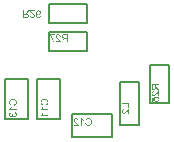
<source format=gbr>
G04*
G04 #@! TF.GenerationSoftware,Altium Limited,Altium Designer,24.7.2 (38)*
G04*
G04 Layer_Color=32896*
%FSLAX25Y25*%
%MOIN*%
G70*
G04*
G04 #@! TF.SameCoordinates,557B2C77-FFCE-42D9-A2FA-4134FEC932EB*
G04*
G04*
G04 #@! TF.FilePolarity,Positive*
G04*
G01*
G75*
%ADD10C,0.00787*%
G36*
X213821Y140526D02*
X213882Y140521D01*
X213941Y140512D01*
X213995Y140499D01*
X214046Y140484D01*
X214093Y140468D01*
X214135Y140452D01*
X214175Y140435D01*
X214210Y140417D01*
X214241Y140401D01*
X214266Y140384D01*
X214288Y140370D01*
X214305Y140359D01*
X214317Y140348D01*
X214325Y140342D01*
X214327Y140340D01*
X214365Y140304D01*
X214397Y140264D01*
X214428Y140222D01*
X214454Y140179D01*
X214477Y140133D01*
X214498Y140087D01*
X214514Y140044D01*
X214528Y140000D01*
X214539Y139960D01*
X214548Y139922D01*
X214556Y139887D01*
X214561Y139858D01*
X214567Y139834D01*
X214568Y139816D01*
Y139809D01*
X214570Y139804D01*
Y139802D01*
Y139800D01*
X214252Y139767D01*
X214250Y139811D01*
X214246Y139851D01*
X214239Y139889D01*
X214232Y139926D01*
X214221Y139958D01*
X214210Y139987D01*
X214197Y140016D01*
X214184Y140040D01*
X214174Y140062D01*
X214161Y140082D01*
X214150Y140098D01*
X214139Y140113D01*
X214132Y140122D01*
X214124Y140131D01*
X214121Y140135D01*
X214119Y140137D01*
X214093Y140160D01*
X214064Y140180D01*
X214035Y140199D01*
X214006Y140215D01*
X213975Y140228D01*
X213946Y140239D01*
X213917Y140248D01*
X213890Y140255D01*
X213862Y140260D01*
X213839Y140264D01*
X213817Y140268D01*
X213797Y140269D01*
X213782Y140271D01*
X213760D01*
X213722Y140269D01*
X213686Y140266D01*
X213651Y140260D01*
X213618Y140251D01*
X213589Y140242D01*
X213560Y140231D01*
X213535Y140220D01*
X213511Y140208D01*
X213491Y140197D01*
X213473Y140184D01*
X213457Y140173D01*
X213444Y140164D01*
X213433Y140155D01*
X213426Y140149D01*
X213422Y140146D01*
X213420Y140144D01*
X213397Y140120D01*
X213376Y140095D01*
X213358Y140069D01*
X213344Y140042D01*
X213331Y140016D01*
X213320Y139991D01*
X213311Y139966D01*
X213304Y139942D01*
X213298Y139920D01*
X213295Y139900D01*
X213291Y139882D01*
X213289Y139866D01*
X213287Y139853D01*
Y139844D01*
Y139836D01*
Y139834D01*
X213289Y139802D01*
X213293Y139769D01*
X213300Y139736D01*
X213309Y139704D01*
X213333Y139640D01*
X213347Y139611D01*
X213360Y139583D01*
X213373Y139558D01*
X213387Y139534D01*
X213398Y139514D01*
X213409Y139496D01*
X213420Y139483D01*
X213427Y139472D01*
X213431Y139465D01*
X213433Y139463D01*
X213462Y139425D01*
X213498Y139383D01*
X213537Y139341D01*
X213580Y139298D01*
X213624Y139252D01*
X213671Y139208D01*
X213717Y139165D01*
X213764Y139123D01*
X213808Y139083D01*
X213850Y139047D01*
X213886Y139012D01*
X213921Y138985D01*
X213948Y138961D01*
X213959Y138952D01*
X213968Y138943D01*
X213975Y138937D01*
X213981Y138932D01*
X213984Y138930D01*
X213986Y138928D01*
X214033Y138888D01*
X214079Y138850D01*
X214121Y138813D01*
X214161Y138779D01*
X214197Y138744D01*
X214230Y138713D01*
X214259Y138684D01*
X214286Y138657D01*
X214312Y138633D01*
X214332Y138611D01*
X214350Y138593D01*
X214365Y138577D01*
X214376Y138564D01*
X214383Y138555D01*
X214388Y138550D01*
X214390Y138548D01*
X214439Y138486D01*
X214481Y138426D01*
X214516Y138369D01*
X214532Y138344D01*
X214545Y138319D01*
X214556Y138297D01*
X214567Y138277D01*
X214576Y138258D01*
X214581Y138242D01*
X214587Y138229D01*
X214590Y138220D01*
X214594Y138215D01*
Y138213D01*
X214607Y138175D01*
X214616Y138136D01*
X214621Y138100D01*
X214625Y138069D01*
X214627Y138040D01*
X214629Y138029D01*
Y138018D01*
Y138011D01*
Y138005D01*
Y138002D01*
Y138000D01*
X212965D01*
Y138297D01*
X214199D01*
X214179Y138328D01*
X214157Y138358D01*
X214135Y138386D01*
X214115Y138411D01*
X214097Y138431D01*
X214083Y138448D01*
X214073Y138459D01*
X214070Y138462D01*
X214054Y138480D01*
X214032Y138500D01*
X214008Y138522D01*
X213981Y138548D01*
X213951Y138573D01*
X213922Y138601D01*
X213861Y138653D01*
X213831Y138679D01*
X213804Y138702D01*
X213780Y138724D01*
X213757Y138742D01*
X213739Y138759D01*
X213726Y138770D01*
X213717Y138779D01*
X213713Y138781D01*
X213653Y138832D01*
X213597Y138881D01*
X213546Y138926D01*
X213498Y138968D01*
X213455Y139008D01*
X213417Y139045D01*
X213380Y139077D01*
X213349Y139107D01*
X213322Y139134D01*
X213300Y139157D01*
X213280Y139178D01*
X213264Y139194D01*
X213251Y139207D01*
X213244Y139216D01*
X213238Y139221D01*
X213236Y139223D01*
X213211Y139254D01*
X213185Y139283D01*
X213163Y139312D01*
X213143Y139339D01*
X213107Y139392D01*
X213092Y139416D01*
X213080Y139438D01*
X213067Y139458D01*
X213058Y139476D01*
X213049Y139492D01*
X213043Y139505D01*
X213038Y139516D01*
X213034Y139523D01*
X213031Y139529D01*
Y139531D01*
X213011Y139585D01*
X212994Y139638D01*
X212983Y139689D01*
X212976Y139734D01*
X212974Y139754D01*
X212972Y139773D01*
X212971Y139787D01*
X212969Y139802D01*
Y139813D01*
Y139820D01*
Y139825D01*
Y139827D01*
X212971Y139882D01*
X212978Y139935D01*
X212989Y139984D01*
X213001Y140031D01*
X213018Y140075D01*
X213036Y140117D01*
X213056Y140155D01*
X213074Y140189D01*
X213094Y140220D01*
X213114Y140248D01*
X213133Y140271D01*
X213149Y140289D01*
X213162Y140306D01*
X213173Y140317D01*
X213180Y140324D01*
X213182Y140326D01*
X213224Y140362D01*
X213267Y140393D01*
X213313Y140419D01*
X213360Y140442D01*
X213407Y140462D01*
X213457Y140479D01*
X213502Y140491D01*
X213547Y140502D01*
X213589Y140512D01*
X213629Y140517D01*
X213664Y140523D01*
X213695Y140524D01*
X213720Y140526D01*
X213739Y140528D01*
X213755D01*
X213821Y140526D01*
D02*
G37*
G36*
X217000Y138000D02*
X216667D01*
Y139119D01*
X216236D01*
X216197Y139117D01*
X216165Y139116D01*
X216139Y139114D01*
X216121Y139110D01*
X216106Y139108D01*
X216097Y139107D01*
X216095D01*
X216066Y139097D01*
X216039Y139088D01*
X216014Y139076D01*
X215992Y139065D01*
X215972Y139056D01*
X215957Y139047D01*
X215948Y139041D01*
X215945Y139039D01*
X215915Y139019D01*
X215886Y138994D01*
X215859Y138965D01*
X215832Y138937D01*
X215810Y138912D01*
X215792Y138890D01*
X215784Y138881D01*
X215779Y138875D01*
X215777Y138872D01*
X215775Y138870D01*
X215757Y138846D01*
X215737Y138821D01*
X215697Y138766D01*
X215657Y138708D01*
X215619Y138652D01*
X215602Y138626D01*
X215586Y138602D01*
X215571Y138581D01*
X215559Y138560D01*
X215549Y138546D01*
X215542Y138533D01*
X215537Y138526D01*
X215535Y138524D01*
X215202Y138000D01*
X214785D01*
X215220Y138684D01*
X215269Y138757D01*
X215295Y138790D01*
X215318Y138823D01*
X215342Y138852D01*
X215366Y138879D01*
X215388Y138905D01*
X215407Y138928D01*
X215426Y138950D01*
X215444Y138968D01*
X215458Y138983D01*
X215471Y138997D01*
X215482Y139006D01*
X215489Y139015D01*
X215495Y139019D01*
X215497Y139021D01*
X215526Y139045D01*
X215557Y139067D01*
X215590Y139088D01*
X215622Y139107D01*
X215651Y139123D01*
X215664Y139130D01*
X215675Y139136D01*
X215684Y139141D01*
X215691Y139143D01*
X215695Y139147D01*
X215697D01*
X215631Y139157D01*
X215569Y139170D01*
X215513Y139187D01*
X215460Y139203D01*
X215413Y139223D01*
X215368Y139241D01*
X215329Y139261D01*
X215293Y139281D01*
X215262Y139301D01*
X215236Y139320D01*
X215213Y139336D01*
X215195Y139350D01*
X215180Y139363D01*
X215169Y139372D01*
X215164Y139378D01*
X215162Y139380D01*
X215131Y139414D01*
X215104Y139452D01*
X215080Y139489D01*
X215060Y139527D01*
X215044Y139565D01*
X215029Y139603D01*
X215018Y139640D01*
X215009Y139674D01*
X215002Y139707D01*
X214996Y139736D01*
X214993Y139763D01*
X214989Y139785D01*
Y139805D01*
X214987Y139820D01*
Y139827D01*
Y139831D01*
X214989Y139869D01*
X214991Y139907D01*
X214996Y139944D01*
X215003Y139978D01*
X215011Y140011D01*
X215020Y140042D01*
X215031Y140071D01*
X215040Y140098D01*
X215049Y140122D01*
X215060Y140144D01*
X215069Y140164D01*
X215076Y140180D01*
X215084Y140193D01*
X215087Y140202D01*
X215091Y140208D01*
X215093Y140209D01*
X215113Y140240D01*
X215135Y140269D01*
X215158Y140295D01*
X215180Y140321D01*
X215204Y140342D01*
X215227Y140362D01*
X215251Y140379D01*
X215273Y140395D01*
X215293Y140408D01*
X215313Y140419D01*
X215329Y140430D01*
X215344Y140437D01*
X215357Y140442D01*
X215366Y140446D01*
X215371Y140450D01*
X215373D01*
X215407Y140462D01*
X215446Y140473D01*
X215486Y140482D01*
X215526Y140490D01*
X215611Y140502D01*
X215653Y140506D01*
X215693Y140510D01*
X215733Y140513D01*
X215768Y140515D01*
X215801Y140517D01*
X215830D01*
X215852Y140519D01*
X217000D01*
Y138000D01*
D02*
G37*
G36*
X212614Y140189D02*
X211380D01*
X211424Y140138D01*
X211467Y140084D01*
X211549Y139973D01*
X211587Y139916D01*
X211626Y139862D01*
X211660Y139809D01*
X211691Y139758D01*
X211720Y139711D01*
X211748Y139667D01*
X211769Y139627D01*
X211789Y139594D01*
X211804Y139567D01*
X211811Y139556D01*
X211817Y139547D01*
X211820Y139538D01*
X211824Y139532D01*
X211826Y139531D01*
Y139529D01*
X211864Y139456D01*
X211899Y139381D01*
X211933Y139309D01*
X211964Y139238D01*
X211991Y139168D01*
X212019Y139101D01*
X212042Y139037D01*
X212064Y138977D01*
X212082Y138921D01*
X212099Y138872D01*
X212113Y138826D01*
X212124Y138790D01*
X212130Y138774D01*
X212133Y138759D01*
X212137Y138746D01*
X212141Y138735D01*
X212142Y138728D01*
X212144Y138723D01*
X212146Y138719D01*
Y138717D01*
X212166Y138641D01*
X212182Y138566D01*
X212197Y138495D01*
X212212Y138428D01*
X212223Y138364D01*
X212232Y138306D01*
X212239Y138251D01*
X212244Y138200D01*
X212250Y138156D01*
X212253Y138116D01*
X212257Y138082D01*
X212259Y138053D01*
Y138031D01*
X212261Y138013D01*
Y138004D01*
Y138000D01*
X211942D01*
X211937Y138069D01*
X211929Y138138D01*
X211922Y138204D01*
X211913Y138266D01*
X211904Y138326D01*
X211893Y138384D01*
X211884Y138437D01*
X211873Y138486D01*
X211864Y138531D01*
X211855Y138571D01*
X211846Y138606D01*
X211839Y138637D01*
X211833Y138661D01*
X211828Y138677D01*
X211826Y138688D01*
X211824Y138692D01*
X211799Y138775D01*
X211771Y138859D01*
X211744Y138939D01*
X211713Y139017D01*
X211684Y139094D01*
X211653Y139165D01*
X211624Y139234D01*
X211595Y139298D01*
X211567Y139356D01*
X211542Y139407D01*
X211518Y139452D01*
X211509Y139474D01*
X211498Y139492D01*
X211491Y139509D01*
X211482Y139523D01*
X211476Y139536D01*
X211471Y139547D01*
X211465Y139554D01*
X211462Y139560D01*
X211460Y139563D01*
Y139565D01*
X211416Y139643D01*
X211371Y139716D01*
X211329Y139785D01*
X211285Y139851D01*
X211245Y139911D01*
X211205Y139967D01*
X211167Y140018D01*
X211132Y140064D01*
X211101Y140106D01*
X211072Y140142D01*
X211047Y140173D01*
X211025Y140199D01*
X211007Y140218D01*
X210994Y140235D01*
X210985Y140242D01*
X210983Y140246D01*
Y140486D01*
X212614D01*
Y140189D01*
D02*
G37*
G36*
X219762Y112568D02*
X219824Y112563D01*
X219882Y112553D01*
X219937Y112541D01*
X219988Y112526D01*
X220035Y112510D01*
X220077Y112493D01*
X220117Y112477D01*
X220152Y112459D01*
X220182Y112442D01*
X220208Y112426D01*
X220230Y112411D01*
X220246Y112400D01*
X220259Y112390D01*
X220266Y112384D01*
X220268Y112382D01*
X220306Y112346D01*
X220339Y112306D01*
X220370Y112264D01*
X220395Y112220D01*
X220419Y112175D01*
X220439Y112129D01*
X220456Y112086D01*
X220470Y112042D01*
X220481Y112002D01*
X220490Y111964D01*
X220497Y111929D01*
X220503Y111900D01*
X220508Y111876D01*
X220510Y111858D01*
Y111851D01*
X220512Y111845D01*
Y111844D01*
Y111842D01*
X220193Y111809D01*
X220192Y111853D01*
X220188Y111893D01*
X220181Y111931D01*
X220173Y111967D01*
X220163Y112000D01*
X220152Y112029D01*
X220139Y112058D01*
X220126Y112082D01*
X220115Y112104D01*
X220102Y112124D01*
X220092Y112140D01*
X220081Y112155D01*
X220073Y112164D01*
X220066Y112173D01*
X220062Y112177D01*
X220061Y112179D01*
X220035Y112202D01*
X220006Y112222D01*
X219977Y112240D01*
X219948Y112257D01*
X219917Y112269D01*
X219888Y112280D01*
X219859Y112290D01*
X219831Y112297D01*
X219804Y112302D01*
X219780Y112306D01*
X219758Y112310D01*
X219738Y112311D01*
X219724Y112313D01*
X219702D01*
X219664Y112311D01*
X219627Y112308D01*
X219593Y112302D01*
X219560Y112293D01*
X219531Y112284D01*
X219502Y112273D01*
X219476Y112262D01*
X219453Y112250D01*
X219433Y112239D01*
X219414Y112226D01*
X219398Y112215D01*
X219385Y112206D01*
X219374Y112197D01*
X219367Y112191D01*
X219363Y112188D01*
X219362Y112186D01*
X219338Y112162D01*
X219318Y112137D01*
X219300Y112111D01*
X219285Y112084D01*
X219272Y112058D01*
X219262Y112033D01*
X219252Y112007D01*
X219245Y111984D01*
X219240Y111962D01*
X219236Y111942D01*
X219233Y111924D01*
X219231Y111907D01*
X219229Y111895D01*
Y111885D01*
Y111878D01*
Y111876D01*
X219231Y111844D01*
X219234Y111811D01*
X219242Y111778D01*
X219251Y111745D01*
X219274Y111682D01*
X219289Y111653D01*
X219302Y111625D01*
X219314Y111600D01*
X219329Y111576D01*
X219340Y111556D01*
X219351Y111538D01*
X219362Y111525D01*
X219369Y111514D01*
X219373Y111507D01*
X219374Y111505D01*
X219404Y111467D01*
X219440Y111425D01*
X219478Y111383D01*
X219522Y111339D01*
X219566Y111294D01*
X219613Y111250D01*
X219658Y111207D01*
X219706Y111165D01*
X219749Y111125D01*
X219791Y111088D01*
X219828Y111054D01*
X219862Y111026D01*
X219889Y111003D01*
X219900Y110994D01*
X219910Y110985D01*
X219917Y110979D01*
X219922Y110974D01*
X219926Y110972D01*
X219928Y110970D01*
X219975Y110930D01*
X220021Y110892D01*
X220062Y110855D01*
X220102Y110821D01*
X220139Y110786D01*
X220172Y110755D01*
X220201Y110726D01*
X220228Y110699D01*
X220253Y110675D01*
X220273Y110653D01*
X220292Y110635D01*
X220306Y110619D01*
X220317Y110606D01*
X220324Y110597D01*
X220330Y110591D01*
X220332Y110590D01*
X220381Y110528D01*
X220423Y110468D01*
X220457Y110411D01*
X220474Y110386D01*
X220486Y110360D01*
X220497Y110338D01*
X220508Y110319D01*
X220517Y110300D01*
X220523Y110284D01*
X220528Y110271D01*
X220532Y110262D01*
X220536Y110257D01*
Y110255D01*
X220548Y110216D01*
X220557Y110178D01*
X220563Y110142D01*
X220567Y110111D01*
X220568Y110082D01*
X220570Y110071D01*
Y110060D01*
Y110053D01*
Y110047D01*
Y110044D01*
Y110042D01*
X218907D01*
Y110338D01*
X220141D01*
X220121Y110369D01*
X220099Y110400D01*
X220077Y110428D01*
X220057Y110453D01*
X220039Y110473D01*
X220024Y110489D01*
X220015Y110501D01*
X220011Y110504D01*
X219995Y110522D01*
X219973Y110542D01*
X219950Y110564D01*
X219922Y110590D01*
X219893Y110615D01*
X219864Y110642D01*
X219802Y110695D01*
X219773Y110721D01*
X219746Y110744D01*
X219722Y110766D01*
X219698Y110784D01*
X219680Y110801D01*
X219668Y110812D01*
X219658Y110821D01*
X219655Y110823D01*
X219595Y110874D01*
X219538Y110923D01*
X219487Y110968D01*
X219440Y111010D01*
X219396Y111050D01*
X219358Y111086D01*
X219322Y111119D01*
X219291Y111148D01*
X219263Y111176D01*
X219242Y111199D01*
X219221Y111219D01*
X219205Y111236D01*
X219192Y111249D01*
X219185Y111258D01*
X219180Y111263D01*
X219178Y111265D01*
X219152Y111296D01*
X219127Y111325D01*
X219105Y111354D01*
X219085Y111381D01*
X219049Y111434D01*
X219034Y111458D01*
X219021Y111480D01*
X219009Y111500D01*
X219000Y111518D01*
X218990Y111534D01*
X218985Y111547D01*
X218980Y111558D01*
X218976Y111565D01*
X218972Y111571D01*
Y111572D01*
X218952Y111627D01*
X218936Y111680D01*
X218925Y111731D01*
X218918Y111776D01*
X218916Y111796D01*
X218914Y111814D01*
X218912Y111829D01*
X218910Y111844D01*
Y111855D01*
Y111862D01*
Y111867D01*
Y111869D01*
X218912Y111924D01*
X218919Y111977D01*
X218930Y112026D01*
X218943Y112073D01*
X218959Y112117D01*
X218978Y112159D01*
X218998Y112197D01*
X219016Y112231D01*
X219036Y112262D01*
X219056Y112290D01*
X219074Y112313D01*
X219091Y112331D01*
X219103Y112348D01*
X219114Y112359D01*
X219122Y112366D01*
X219123Y112368D01*
X219165Y112404D01*
X219209Y112435D01*
X219254Y112461D01*
X219302Y112484D01*
X219349Y112504D01*
X219398Y112521D01*
X219444Y112533D01*
X219489Y112544D01*
X219531Y112553D01*
X219571Y112559D01*
X219606Y112564D01*
X219637Y112566D01*
X219662Y112568D01*
X219680Y112570D01*
X219697D01*
X219762Y112568D01*
D02*
G37*
G36*
X221540Y112539D02*
X221558Y112508D01*
X221600Y112448D01*
X221646Y112391D01*
X221670Y112364D01*
X221691Y112339D01*
X221713Y112317D01*
X221733Y112295D01*
X221751Y112277D01*
X221768Y112260D01*
X221780Y112248D01*
X221790Y112239D01*
X221797Y112233D01*
X221799Y112231D01*
X221873Y112169D01*
X221952Y112113D01*
X222028Y112062D01*
X222064Y112040D01*
X222099Y112018D01*
X222130Y112000D01*
X222159Y111984D01*
X222186Y111969D01*
X222208Y111958D01*
X222226Y111949D01*
X222241Y111942D01*
X222248Y111938D01*
X222252Y111936D01*
Y111638D01*
X222197Y111660D01*
X222141Y111685D01*
X222086Y111711D01*
X222035Y111736D01*
X222013Y111749D01*
X221992Y111760D01*
X221973Y111771D01*
X221959Y111780D01*
X221946Y111785D01*
X221935Y111791D01*
X221930Y111794D01*
X221928Y111796D01*
X221862Y111836D01*
X221833Y111856D01*
X221804Y111874D01*
X221779Y111895D01*
X221755Y111911D01*
X221733Y111929D01*
X221711Y111944D01*
X221695Y111958D01*
X221678Y111971D01*
X221664Y111984D01*
X221653Y111993D01*
X221644Y112000D01*
X221638Y112006D01*
X221635Y112009D01*
X221633Y112011D01*
Y110042D01*
X221324D01*
Y112570D01*
X221524D01*
X221540Y112539D01*
D02*
G37*
G36*
X223873Y112602D02*
X223934Y112597D01*
X223992Y112590D01*
X224048Y112581D01*
X224101Y112570D01*
X224152Y112555D01*
X224199Y112542D01*
X224243Y112528D01*
X224281Y112513D01*
X224318Y112501D01*
X224348Y112488D01*
X224374Y112475D01*
X224396Y112466D01*
X224410Y112459D01*
X224419Y112453D01*
X224423Y112452D01*
X224474Y112421D01*
X224521Y112388D01*
X224565Y112353D01*
X224607Y112317D01*
X224645Y112280D01*
X224680Y112244D01*
X224712Y112206D01*
X224740Y112171D01*
X224765Y112138D01*
X224789Y112106D01*
X224807Y112078D01*
X224823Y112055D01*
X224834Y112033D01*
X224844Y112018D01*
X224849Y112009D01*
X224851Y112006D01*
X224876Y111949D01*
X224900Y111893D01*
X224920Y111835D01*
X224936Y111776D01*
X224951Y111718D01*
X224964Y111660D01*
X224973Y111605D01*
X224982Y111554D01*
X224987Y111505D01*
X224993Y111460D01*
X224995Y111420D01*
X224998Y111385D01*
Y111358D01*
X225000Y111347D01*
Y111338D01*
Y111330D01*
Y111325D01*
Y111321D01*
Y111319D01*
X224998Y111252D01*
X224995Y111187D01*
X224987Y111123D01*
X224980Y111063D01*
X224969Y111003D01*
X224958Y110948D01*
X224945Y110895D01*
X224933Y110846D01*
X224922Y110803D01*
X224909Y110763D01*
X224898Y110728D01*
X224887Y110699D01*
X224880Y110675D01*
X224873Y110659D01*
X224869Y110648D01*
X224867Y110646D01*
Y110644D01*
X224842Y110588D01*
X224813Y110533D01*
X224782Y110484D01*
X224751Y110437D01*
X224718Y110395D01*
X224685Y110355D01*
X224654Y110320D01*
X224623Y110287D01*
X224594Y110258D01*
X224567Y110235D01*
X224543Y110213D01*
X224521Y110196D01*
X224503Y110184D01*
X224490Y110173D01*
X224483Y110167D01*
X224480Y110166D01*
X224430Y110136D01*
X224378Y110111D01*
X224323Y110089D01*
X224268Y110069D01*
X224214Y110055D01*
X224157Y110040D01*
X224105Y110029D01*
X224052Y110020D01*
X224005Y110014D01*
X223959Y110009D01*
X223919Y110005D01*
X223884Y110002D01*
X223857D01*
X223844Y110000D01*
X223817D01*
X223744Y110002D01*
X223675Y110009D01*
X223610Y110020D01*
X223546Y110033D01*
X223488Y110049D01*
X223433Y110067D01*
X223382Y110087D01*
X223337Y110107D01*
X223295Y110127D01*
X223258Y110147D01*
X223226Y110166D01*
X223200Y110182D01*
X223178Y110195D01*
X223164Y110206D01*
X223155Y110213D01*
X223151Y110215D01*
X223102Y110258D01*
X223056Y110304D01*
X223014Y110353D01*
X222976Y110404D01*
X222942Y110457D01*
X222911Y110508D01*
X222883Y110559D01*
X222860Y110610D01*
X222838Y110657D01*
X222820Y110701D01*
X222805Y110739D01*
X222792Y110774D01*
X222783Y110801D01*
X222780Y110813D01*
X222778Y110823D01*
X222776Y110830D01*
X222774Y110835D01*
X222772Y110839D01*
Y110841D01*
X223105Y110924D01*
X223120Y110866D01*
X223136Y110813D01*
X223155Y110763D01*
X223176Y110717D01*
X223196Y110673D01*
X223220Y110633D01*
X223242Y110599D01*
X223264Y110566D01*
X223284Y110539D01*
X223304Y110513D01*
X223322Y110493D01*
X223338Y110477D01*
X223351Y110462D01*
X223360Y110453D01*
X223368Y110448D01*
X223369Y110446D01*
X223408Y110419D01*
X223446Y110393D01*
X223486Y110371D01*
X223526Y110353D01*
X223566Y110338D01*
X223606Y110326D01*
X223644Y110315D01*
X223680Y110306D01*
X223713Y110298D01*
X223746Y110295D01*
X223773Y110291D01*
X223797Y110287D01*
X223817D01*
X223832Y110286D01*
X223844D01*
X223886Y110287D01*
X223928Y110291D01*
X223968Y110297D01*
X224008Y110304D01*
X224044Y110313D01*
X224081Y110324D01*
X224114Y110333D01*
X224145Y110346D01*
X224172Y110357D01*
X224197Y110366D01*
X224219Y110377D01*
X224237Y110386D01*
X224252Y110393D01*
X224263Y110398D01*
X224270Y110402D01*
X224272Y110404D01*
X224308Y110428D01*
X224341Y110453D01*
X224372Y110480D01*
X224401Y110510D01*
X224427Y110539D01*
X224450Y110570D01*
X224472Y110599D01*
X224492Y110626D01*
X224509Y110653D01*
X224523Y110679D01*
X224536Y110703D01*
X224545Y110722D01*
X224554Y110739D01*
X224560Y110750D01*
X224561Y110759D01*
X224563Y110761D01*
X224580Y110806D01*
X224594Y110854D01*
X224607Y110901D01*
X224616Y110950D01*
X224634Y111043D01*
X224640Y111088D01*
X224645Y111132D01*
X224649Y111170D01*
X224651Y111207D01*
X224652Y111239D01*
X224654Y111267D01*
X224656Y111290D01*
Y111307D01*
Y111318D01*
Y111321D01*
X224654Y111369D01*
X224652Y111414D01*
X224643Y111501D01*
X224638Y111543D01*
X224631Y111583D01*
X224623Y111622D01*
X224616Y111656D01*
X224609Y111689D01*
X224603Y111718D01*
X224596Y111743D01*
X224590Y111765D01*
X224585Y111782D01*
X224581Y111794D01*
X224578Y111804D01*
Y111805D01*
X224561Y111849D01*
X224543Y111889D01*
X224523Y111927D01*
X224501Y111962D01*
X224480Y111996D01*
X224458Y112027D01*
X224434Y112055D01*
X224412Y112080D01*
X224390Y112102D01*
X224370Y112122D01*
X224352Y112138D01*
X224336Y112153D01*
X224323Y112164D01*
X224314Y112173D01*
X224307Y112177D01*
X224305Y112179D01*
X224267Y112204D01*
X224226Y112224D01*
X224186Y112244D01*
X224147Y112260D01*
X224105Y112273D01*
X224065Y112284D01*
X224026Y112293D01*
X223988Y112300D01*
X223954Y112308D01*
X223921Y112311D01*
X223892Y112315D01*
X223866Y112317D01*
X223846Y112319D01*
X223819D01*
X223772Y112317D01*
X223728Y112313D01*
X223686Y112308D01*
X223646Y112299D01*
X223610Y112290D01*
X223575Y112279D01*
X223544Y112268D01*
X223515Y112257D01*
X223489Y112244D01*
X223466Y112233D01*
X223446Y112222D01*
X223429Y112213D01*
X223417Y112204D01*
X223408Y112198D01*
X223402Y112195D01*
X223400Y112193D01*
X223369Y112168D01*
X223340Y112140D01*
X223315Y112109D01*
X223289Y112078D01*
X223266Y112044D01*
X223246Y112011D01*
X223226Y111978D01*
X223209Y111945D01*
X223195Y111915D01*
X223180Y111885D01*
X223169Y111860D01*
X223160Y111838D01*
X223153Y111818D01*
X223147Y111805D01*
X223146Y111796D01*
X223144Y111793D01*
X222816Y111869D01*
X222836Y111933D01*
X222862Y111993D01*
X222887Y112049D01*
X222916Y112102D01*
X222945Y112149D01*
X222974Y112195D01*
X223005Y112235D01*
X223035Y112271D01*
X223064Y112304D01*
X223089Y112331D01*
X223113Y112357D01*
X223134Y112375D01*
X223151Y112391D01*
X223165Y112402D01*
X223173Y112410D01*
X223176Y112411D01*
X223226Y112446D01*
X223276Y112475D01*
X223331Y112501D01*
X223384Y112522D01*
X223437Y112542D01*
X223489Y112557D01*
X223540Y112570D01*
X223590Y112581D01*
X223637Y112588D01*
X223679Y112593D01*
X223715Y112599D01*
X223748Y112601D01*
X223775Y112602D01*
X223786Y112604D01*
X223812D01*
X223873Y112602D01*
D02*
G37*
G36*
X209248Y118998D02*
X209313Y118995D01*
X209377Y118987D01*
X209437Y118980D01*
X209497Y118969D01*
X209552Y118958D01*
X209605Y118946D01*
X209654Y118933D01*
X209697Y118922D01*
X209737Y118909D01*
X209772Y118898D01*
X209801Y118887D01*
X209825Y118880D01*
X209841Y118873D01*
X209852Y118869D01*
X209854Y118867D01*
X209856D01*
X209912Y118842D01*
X209967Y118813D01*
X210016Y118782D01*
X210063Y118751D01*
X210105Y118718D01*
X210145Y118685D01*
X210180Y118654D01*
X210212Y118623D01*
X210242Y118594D01*
X210265Y118567D01*
X210287Y118543D01*
X210303Y118521D01*
X210316Y118503D01*
X210327Y118491D01*
X210333Y118483D01*
X210334Y118480D01*
X210364Y118430D01*
X210389Y118378D01*
X210411Y118323D01*
X210431Y118268D01*
X210445Y118214D01*
X210460Y118157D01*
X210471Y118105D01*
X210480Y118052D01*
X210486Y118005D01*
X210491Y117959D01*
X210495Y117919D01*
X210498Y117884D01*
Y117857D01*
X210500Y117844D01*
Y117817D01*
X210498Y117744D01*
X210491Y117675D01*
X210480Y117610D01*
X210467Y117546D01*
X210451Y117488D01*
X210433Y117433D01*
X210413Y117382D01*
X210393Y117337D01*
X210373Y117295D01*
X210353Y117258D01*
X210334Y117226D01*
X210318Y117200D01*
X210305Y117178D01*
X210294Y117164D01*
X210287Y117155D01*
X210285Y117151D01*
X210242Y117102D01*
X210196Y117056D01*
X210147Y117014D01*
X210096Y116976D01*
X210043Y116942D01*
X209992Y116911D01*
X209941Y116883D01*
X209890Y116860D01*
X209843Y116838D01*
X209799Y116820D01*
X209761Y116805D01*
X209727Y116792D01*
X209699Y116783D01*
X209686Y116780D01*
X209677Y116778D01*
X209670Y116776D01*
X209665Y116774D01*
X209661Y116772D01*
X209659D01*
X209576Y117105D01*
X209634Y117120D01*
X209686Y117136D01*
X209737Y117155D01*
X209783Y117176D01*
X209827Y117196D01*
X209867Y117220D01*
X209901Y117242D01*
X209934Y117264D01*
X209961Y117284D01*
X209987Y117304D01*
X210007Y117322D01*
X210023Y117338D01*
X210038Y117351D01*
X210047Y117360D01*
X210052Y117367D01*
X210054Y117369D01*
X210081Y117408D01*
X210107Y117446D01*
X210129Y117486D01*
X210147Y117526D01*
X210161Y117566D01*
X210174Y117606D01*
X210185Y117644D01*
X210194Y117681D01*
X210202Y117713D01*
X210205Y117746D01*
X210209Y117773D01*
X210212Y117797D01*
Y117817D01*
X210214Y117832D01*
Y117844D01*
X210212Y117886D01*
X210209Y117928D01*
X210203Y117968D01*
X210196Y118008D01*
X210187Y118045D01*
X210176Y118081D01*
X210167Y118114D01*
X210154Y118145D01*
X210143Y118172D01*
X210134Y118197D01*
X210123Y118219D01*
X210114Y118237D01*
X210107Y118252D01*
X210102Y118263D01*
X210098Y118270D01*
X210096Y118272D01*
X210072Y118308D01*
X210047Y118341D01*
X210019Y118372D01*
X209990Y118401D01*
X209961Y118427D01*
X209930Y118450D01*
X209901Y118472D01*
X209874Y118492D01*
X209847Y118509D01*
X209821Y118523D01*
X209798Y118536D01*
X209777Y118545D01*
X209761Y118554D01*
X209750Y118560D01*
X209741Y118561D01*
X209739Y118563D01*
X209694Y118580D01*
X209647Y118594D01*
X209599Y118607D01*
X209550Y118616D01*
X209457Y118634D01*
X209412Y118640D01*
X209368Y118645D01*
X209330Y118649D01*
X209293Y118651D01*
X209261Y118652D01*
X209233Y118654D01*
X209210Y118656D01*
X209193D01*
X209182D01*
X209179D01*
X209131Y118654D01*
X209086Y118652D01*
X208998Y118643D01*
X208957Y118638D01*
X208917Y118631D01*
X208878Y118623D01*
X208844Y118616D01*
X208811Y118609D01*
X208782Y118603D01*
X208756Y118596D01*
X208735Y118591D01*
X208718Y118585D01*
X208705Y118581D01*
X208696Y118578D01*
X208695D01*
X208651Y118561D01*
X208611Y118543D01*
X208573Y118523D01*
X208538Y118501D01*
X208504Y118480D01*
X208473Y118458D01*
X208445Y118434D01*
X208420Y118412D01*
X208398Y118390D01*
X208378Y118370D01*
X208362Y118352D01*
X208347Y118336D01*
X208336Y118323D01*
X208327Y118314D01*
X208323Y118307D01*
X208321Y118305D01*
X208296Y118267D01*
X208276Y118227D01*
X208256Y118186D01*
X208240Y118147D01*
X208227Y118105D01*
X208216Y118065D01*
X208207Y118026D01*
X208200Y117988D01*
X208192Y117954D01*
X208189Y117921D01*
X208185Y117892D01*
X208183Y117866D01*
X208181Y117846D01*
Y117819D01*
X208183Y117772D01*
X208187Y117728D01*
X208192Y117686D01*
X208201Y117646D01*
X208210Y117610D01*
X208221Y117575D01*
X208232Y117544D01*
X208243Y117515D01*
X208256Y117490D01*
X208267Y117466D01*
X208278Y117446D01*
X208287Y117429D01*
X208296Y117417D01*
X208301Y117408D01*
X208305Y117402D01*
X208307Y117400D01*
X208332Y117369D01*
X208360Y117340D01*
X208391Y117315D01*
X208422Y117289D01*
X208456Y117266D01*
X208489Y117246D01*
X208522Y117226D01*
X208554Y117209D01*
X208585Y117195D01*
X208614Y117180D01*
X208640Y117169D01*
X208662Y117160D01*
X208682Y117153D01*
X208695Y117147D01*
X208704Y117146D01*
X208707Y117144D01*
X208631Y116816D01*
X208567Y116836D01*
X208507Y116862D01*
X208451Y116887D01*
X208398Y116916D01*
X208351Y116945D01*
X208305Y116974D01*
X208265Y117005D01*
X208229Y117034D01*
X208196Y117064D01*
X208169Y117089D01*
X208143Y117113D01*
X208125Y117134D01*
X208109Y117151D01*
X208098Y117166D01*
X208090Y117173D01*
X208088Y117176D01*
X208054Y117226D01*
X208025Y117277D01*
X207999Y117331D01*
X207978Y117384D01*
X207958Y117437D01*
X207943Y117490D01*
X207930Y117540D01*
X207919Y117590D01*
X207912Y117637D01*
X207907Y117679D01*
X207901Y117715D01*
X207899Y117748D01*
X207897Y117775D01*
X207896Y117786D01*
Y117812D01*
X207897Y117874D01*
X207903Y117933D01*
X207910Y117992D01*
X207919Y118048D01*
X207930Y118101D01*
X207945Y118152D01*
X207958Y118199D01*
X207972Y118243D01*
X207987Y118281D01*
X207999Y118318D01*
X208012Y118349D01*
X208025Y118374D01*
X208034Y118396D01*
X208041Y118410D01*
X208047Y118420D01*
X208049Y118423D01*
X208079Y118474D01*
X208112Y118521D01*
X208147Y118565D01*
X208183Y118607D01*
X208220Y118645D01*
X208256Y118680D01*
X208294Y118712D01*
X208329Y118740D01*
X208362Y118765D01*
X208394Y118789D01*
X208422Y118807D01*
X208445Y118824D01*
X208467Y118834D01*
X208482Y118843D01*
X208491Y118849D01*
X208494Y118851D01*
X208551Y118876D01*
X208607Y118900D01*
X208665Y118920D01*
X208724Y118936D01*
X208782Y118951D01*
X208840Y118964D01*
X208895Y118973D01*
X208946Y118982D01*
X208995Y118987D01*
X209040Y118993D01*
X209080Y118995D01*
X209115Y118998D01*
X209142D01*
X209153Y119000D01*
X209162D01*
X209170D01*
X209175D01*
X209179D01*
X209180D01*
X209248Y118998D01*
D02*
G37*
G36*
X208840Y116197D02*
X208815Y116141D01*
X208789Y116086D01*
X208764Y116035D01*
X208751Y116013D01*
X208740Y115992D01*
X208729Y115973D01*
X208720Y115959D01*
X208715Y115946D01*
X208709Y115935D01*
X208705Y115930D01*
X208704Y115928D01*
X208664Y115862D01*
X208644Y115833D01*
X208625Y115804D01*
X208605Y115779D01*
X208589Y115755D01*
X208571Y115733D01*
X208556Y115711D01*
X208542Y115695D01*
X208529Y115679D01*
X208516Y115664D01*
X208507Y115653D01*
X208500Y115644D01*
X208494Y115638D01*
X208491Y115635D01*
X208489Y115633D01*
X210458D01*
Y115324D01*
X207930D01*
Y115524D01*
X207961Y115540D01*
X207992Y115558D01*
X208052Y115600D01*
X208109Y115646D01*
X208136Y115670D01*
X208161Y115691D01*
X208183Y115713D01*
X208205Y115733D01*
X208223Y115751D01*
X208240Y115768D01*
X208252Y115780D01*
X208261Y115790D01*
X208267Y115797D01*
X208269Y115799D01*
X208331Y115873D01*
X208387Y115952D01*
X208438Y116028D01*
X208460Y116064D01*
X208482Y116099D01*
X208500Y116130D01*
X208516Y116159D01*
X208531Y116186D01*
X208542Y116208D01*
X208551Y116226D01*
X208558Y116241D01*
X208562Y116248D01*
X208563Y116252D01*
X208862D01*
X208840Y116197D01*
D02*
G37*
G36*
Y114241D02*
X208815Y114184D01*
X208789Y114130D01*
X208764Y114079D01*
X208751Y114057D01*
X208740Y114035D01*
X208729Y114017D01*
X208720Y114002D01*
X208715Y113990D01*
X208709Y113979D01*
X208705Y113973D01*
X208704Y113971D01*
X208664Y113906D01*
X208644Y113877D01*
X208625Y113848D01*
X208605Y113822D01*
X208589Y113798D01*
X208571Y113777D01*
X208556Y113755D01*
X208542Y113738D01*
X208529Y113722D01*
X208516Y113707D01*
X208507Y113697D01*
X208500Y113688D01*
X208494Y113682D01*
X208491Y113678D01*
X208489Y113677D01*
X210458D01*
Y113367D01*
X207930D01*
Y113567D01*
X207961Y113584D01*
X207992Y113602D01*
X208052Y113644D01*
X208109Y113689D01*
X208136Y113713D01*
X208161Y113735D01*
X208183Y113757D01*
X208205Y113777D01*
X208223Y113795D01*
X208240Y113811D01*
X208252Y113824D01*
X208261Y113833D01*
X208267Y113840D01*
X208269Y113842D01*
X208331Y113917D01*
X208387Y113995D01*
X208438Y114072D01*
X208460Y114108D01*
X208482Y114143D01*
X208500Y114173D01*
X208516Y114202D01*
X208531Y114230D01*
X208542Y114252D01*
X208551Y114270D01*
X208558Y114284D01*
X208562Y114292D01*
X208563Y114295D01*
X208862D01*
X208840Y114241D01*
D02*
G37*
G36*
X198744Y118998D02*
X198810Y118995D01*
X198873Y118987D01*
X198933Y118980D01*
X198994Y118969D01*
X199048Y118958D01*
X199101Y118946D01*
X199150Y118933D01*
X199194Y118922D01*
X199234Y118909D01*
X199268Y118898D01*
X199297Y118887D01*
X199321Y118880D01*
X199338Y118873D01*
X199348Y118869D01*
X199350Y118867D01*
X199352D01*
X199408Y118842D01*
X199463Y118813D01*
X199512Y118782D01*
X199560Y118751D01*
X199601Y118718D01*
X199642Y118685D01*
X199676Y118654D01*
X199709Y118623D01*
X199738Y118594D01*
X199762Y118567D01*
X199783Y118543D01*
X199800Y118521D01*
X199813Y118503D01*
X199823Y118491D01*
X199829Y118483D01*
X199831Y118480D01*
X199860Y118430D01*
X199885Y118378D01*
X199907Y118323D01*
X199927Y118268D01*
X199942Y118214D01*
X199956Y118157D01*
X199967Y118105D01*
X199976Y118052D01*
X199982Y118005D01*
X199987Y117959D01*
X199991Y117919D01*
X199995Y117884D01*
Y117857D01*
X199996Y117844D01*
Y117817D01*
X199995Y117744D01*
X199987Y117675D01*
X199976Y117610D01*
X199964Y117546D01*
X199947Y117488D01*
X199929Y117433D01*
X199909Y117382D01*
X199889Y117337D01*
X199869Y117295D01*
X199849Y117258D01*
X199831Y117226D01*
X199814Y117200D01*
X199802Y117178D01*
X199791Y117164D01*
X199783Y117155D01*
X199782Y117151D01*
X199738Y117102D01*
X199692Y117056D01*
X199643Y117014D01*
X199592Y116976D01*
X199540Y116942D01*
X199489Y116911D01*
X199438Y116883D01*
X199387Y116860D01*
X199339Y116838D01*
X199296Y116820D01*
X199258Y116805D01*
X199223Y116792D01*
X199196Y116783D01*
X199183Y116780D01*
X199174Y116778D01*
X199167Y116776D01*
X199161Y116774D01*
X199157Y116772D01*
X199155D01*
X199072Y117105D01*
X199130Y117120D01*
X199183Y117136D01*
X199234Y117155D01*
X199279Y117176D01*
X199323Y117196D01*
X199363Y117220D01*
X199398Y117242D01*
X199430Y117264D01*
X199458Y117284D01*
X199483Y117304D01*
X199503Y117322D01*
X199520Y117338D01*
X199534Y117351D01*
X199543Y117360D01*
X199549Y117367D01*
X199550Y117369D01*
X199578Y117408D01*
X199603Y117446D01*
X199625Y117486D01*
X199643Y117526D01*
X199658Y117566D01*
X199671Y117606D01*
X199681Y117644D01*
X199691Y117681D01*
X199698Y117713D01*
X199701Y117746D01*
X199705Y117773D01*
X199709Y117797D01*
Y117817D01*
X199711Y117832D01*
Y117844D01*
X199709Y117886D01*
X199705Y117928D01*
X199700Y117968D01*
X199692Y118008D01*
X199683Y118045D01*
X199672Y118081D01*
X199663Y118114D01*
X199651Y118145D01*
X199640Y118172D01*
X199631Y118197D01*
X199620Y118219D01*
X199610Y118237D01*
X199603Y118252D01*
X199598Y118263D01*
X199594Y118270D01*
X199592Y118272D01*
X199569Y118308D01*
X199543Y118341D01*
X199516Y118372D01*
X199487Y118401D01*
X199458Y118427D01*
X199427Y118450D01*
X199398Y118472D01*
X199370Y118492D01*
X199343Y118509D01*
X199318Y118523D01*
X199294Y118536D01*
X199274Y118545D01*
X199258Y118554D01*
X199247Y118560D01*
X199237Y118561D01*
X199236Y118563D01*
X199190Y118580D01*
X199143Y118594D01*
X199095Y118607D01*
X199046Y118616D01*
X198953Y118634D01*
X198908Y118640D01*
X198864Y118645D01*
X198826Y118649D01*
X198790Y118651D01*
X198757Y118652D01*
X198730Y118654D01*
X198706Y118656D01*
X198690D01*
X198679D01*
X198675D01*
X198628Y118654D01*
X198582Y118652D01*
X198495Y118643D01*
X198453Y118638D01*
X198413Y118631D01*
X198375Y118623D01*
X198340Y118616D01*
X198307Y118609D01*
X198278Y118603D01*
X198253Y118596D01*
X198231Y118591D01*
X198215Y118585D01*
X198202Y118581D01*
X198193Y118578D01*
X198191D01*
X198147Y118561D01*
X198107Y118543D01*
X198069Y118523D01*
X198034Y118501D01*
X198000Y118480D01*
X197969Y118458D01*
X197942Y118434D01*
X197916Y118412D01*
X197894Y118390D01*
X197874Y118370D01*
X197858Y118352D01*
X197843Y118336D01*
X197832Y118323D01*
X197823Y118314D01*
X197820Y118307D01*
X197818Y118305D01*
X197792Y118267D01*
X197772Y118227D01*
X197752Y118186D01*
X197736Y118147D01*
X197723Y118105D01*
X197712Y118065D01*
X197703Y118026D01*
X197696Y117988D01*
X197689Y117954D01*
X197685Y117921D01*
X197681Y117892D01*
X197679Y117866D01*
X197678Y117846D01*
Y117819D01*
X197679Y117772D01*
X197683Y117728D01*
X197689Y117686D01*
X197698Y117646D01*
X197707Y117610D01*
X197718Y117575D01*
X197729Y117544D01*
X197740Y117515D01*
X197752Y117490D01*
X197763Y117466D01*
X197774Y117446D01*
X197783Y117429D01*
X197792Y117417D01*
X197798Y117408D01*
X197801Y117402D01*
X197803Y117400D01*
X197829Y117369D01*
X197856Y117340D01*
X197887Y117315D01*
X197918Y117289D01*
X197952Y117266D01*
X197985Y117246D01*
X198018Y117226D01*
X198051Y117209D01*
X198082Y117195D01*
X198111Y117180D01*
X198136Y117169D01*
X198158Y117160D01*
X198178Y117153D01*
X198191Y117147D01*
X198200Y117146D01*
X198204Y117144D01*
X198127Y116816D01*
X198064Y116836D01*
X198003Y116862D01*
X197947Y116887D01*
X197894Y116916D01*
X197847Y116945D01*
X197801Y116974D01*
X197761Y117005D01*
X197725Y117034D01*
X197692Y117064D01*
X197665Y117089D01*
X197640Y117113D01*
X197621Y117134D01*
X197605Y117151D01*
X197594Y117166D01*
X197587Y117173D01*
X197585Y117176D01*
X197550Y117226D01*
X197521Y117277D01*
X197496Y117331D01*
X197474Y117384D01*
X197454Y117437D01*
X197439Y117490D01*
X197426Y117540D01*
X197416Y117590D01*
X197408Y117637D01*
X197403Y117679D01*
X197397Y117715D01*
X197396Y117748D01*
X197394Y117775D01*
X197392Y117786D01*
Y117812D01*
X197394Y117874D01*
X197399Y117933D01*
X197406Y117992D01*
X197416Y118048D01*
X197426Y118101D01*
X197441Y118152D01*
X197454Y118199D01*
X197468Y118243D01*
X197483Y118281D01*
X197496Y118318D01*
X197508Y118349D01*
X197521Y118374D01*
X197530Y118396D01*
X197538Y118410D01*
X197543Y118420D01*
X197545Y118423D01*
X197576Y118474D01*
X197608Y118521D01*
X197643Y118565D01*
X197679Y118607D01*
X197716Y118645D01*
X197752Y118680D01*
X197791Y118712D01*
X197825Y118740D01*
X197858Y118765D01*
X197891Y118789D01*
X197918Y118807D01*
X197942Y118824D01*
X197963Y118834D01*
X197978Y118843D01*
X197987Y118849D01*
X197991Y118851D01*
X198047Y118876D01*
X198104Y118900D01*
X198162Y118920D01*
X198220Y118936D01*
X198278Y118951D01*
X198337Y118964D01*
X198391Y118973D01*
X198442Y118982D01*
X198491Y118987D01*
X198537Y118993D01*
X198577Y118995D01*
X198611Y118998D01*
X198639D01*
X198650Y119000D01*
X198659D01*
X198666D01*
X198671D01*
X198675D01*
X198677D01*
X198744Y118998D01*
D02*
G37*
G36*
X198337Y116197D02*
X198311Y116141D01*
X198286Y116086D01*
X198260Y116035D01*
X198247Y116013D01*
X198236Y115992D01*
X198225Y115973D01*
X198216Y115959D01*
X198211Y115946D01*
X198205Y115935D01*
X198202Y115930D01*
X198200Y115928D01*
X198160Y115862D01*
X198140Y115833D01*
X198122Y115804D01*
X198102Y115779D01*
X198085Y115755D01*
X198067Y115733D01*
X198053Y115711D01*
X198038Y115695D01*
X198025Y115679D01*
X198013Y115664D01*
X198003Y115653D01*
X197996Y115644D01*
X197991Y115638D01*
X197987Y115635D01*
X197985Y115633D01*
X199954D01*
Y115324D01*
X197426D01*
Y115524D01*
X197458Y115540D01*
X197488Y115558D01*
X197548Y115600D01*
X197605Y115646D01*
X197632Y115670D01*
X197658Y115691D01*
X197679Y115713D01*
X197701Y115733D01*
X197720Y115751D01*
X197736Y115768D01*
X197749Y115780D01*
X197758Y115790D01*
X197763Y115797D01*
X197765Y115799D01*
X197827Y115873D01*
X197883Y115952D01*
X197934Y116028D01*
X197956Y116064D01*
X197978Y116099D01*
X197996Y116130D01*
X198013Y116159D01*
X198027Y116186D01*
X198038Y116208D01*
X198047Y116226D01*
X198054Y116241D01*
X198058Y116248D01*
X198060Y116252D01*
X198358D01*
X198337Y116197D01*
D02*
G37*
G36*
X199348Y114523D02*
X199403Y114512D01*
X199454Y114496D01*
X199503Y114479D01*
X199549Y114459D01*
X199591Y114439D01*
X199631Y114417D01*
X199665Y114395D01*
X199696Y114374D01*
X199723Y114354D01*
X199747Y114334D01*
X199767Y114317D01*
X199783Y114303D01*
X199794Y114292D01*
X199802Y114284D01*
X199803Y114283D01*
X199838Y114241D01*
X199869Y114195D01*
X199894Y114150D01*
X199916Y114104D01*
X199936Y114057D01*
X199953Y114011D01*
X199966Y113966D01*
X199975Y113924D01*
X199984Y113884D01*
X199989Y113848D01*
X199995Y113815D01*
X199996Y113786D01*
X199998Y113764D01*
X200000Y113746D01*
Y113731D01*
X199998Y113664D01*
X199991Y113600D01*
X199978Y113538D01*
X199964Y113482D01*
X199947Y113427D01*
X199927Y113378D01*
X199907Y113331D01*
X199885Y113289D01*
X199864Y113252D01*
X199844Y113218D01*
X199823Y113191D01*
X199807Y113167D01*
X199793Y113147D01*
X199780Y113134D01*
X199773Y113127D01*
X199771Y113123D01*
X199727Y113081D01*
X199681Y113043D01*
X199634Y113010D01*
X199587Y112983D01*
X199540Y112960D01*
X199492Y112940D01*
X199449Y112925D01*
X199405Y112912D01*
X199365Y112901D01*
X199328Y112894D01*
X199296Y112889D01*
X199267Y112885D01*
X199245Y112883D01*
X199226Y112881D01*
X199216D01*
X199212D01*
X199167Y112883D01*
X199125Y112887D01*
X199085Y112892D01*
X199046Y112901D01*
X199010Y112910D01*
X198977Y112919D01*
X198946Y112932D01*
X198917Y112943D01*
X198892Y112954D01*
X198870Y112965D01*
X198852Y112976D01*
X198835Y112985D01*
X198822Y112994D01*
X198813Y112999D01*
X198808Y113003D01*
X198806Y113005D01*
X198777Y113029D01*
X198750Y113056D01*
X198726Y113083D01*
X198704Y113110D01*
X198684Y113140D01*
X198668Y113169D01*
X198651Y113198D01*
X198639Y113225D01*
X198626Y113251D01*
X198617Y113274D01*
X198608Y113296D01*
X198602Y113316D01*
X198597Y113331D01*
X198593Y113344D01*
X198591Y113351D01*
Y113353D01*
X198577Y113322D01*
X198560Y113293D01*
X198542Y113265D01*
X198526Y113240D01*
X198508Y113216D01*
X198489Y113196D01*
X198473Y113176D01*
X198457Y113160D01*
X198440Y113143D01*
X198426Y113130D01*
X198413Y113120D01*
X198402Y113110D01*
X198393Y113103D01*
X198386Y113098D01*
X198382Y113096D01*
X198380Y113094D01*
X198355Y113078D01*
X198329Y113065D01*
X198302Y113052D01*
X198276Y113043D01*
X198227Y113027D01*
X198180Y113016D01*
X198160Y113012D01*
X198140Y113010D01*
X198124Y113007D01*
X198109D01*
X198098Y113005D01*
X198089D01*
X198084D01*
X198082D01*
X198049Y113007D01*
X198018Y113009D01*
X197958Y113020D01*
X197903Y113034D01*
X197880Y113043D01*
X197856Y113050D01*
X197834Y113060D01*
X197816Y113069D01*
X197798Y113076D01*
X197785Y113083D01*
X197772Y113089D01*
X197765Y113094D01*
X197760Y113096D01*
X197758Y113098D01*
X197731Y113116D01*
X197703Y113136D01*
X197656Y113178D01*
X197614Y113222D01*
X197579Y113265D01*
X197565Y113285D01*
X197552Y113303D01*
X197541Y113320D01*
X197532Y113334D01*
X197525Y113347D01*
X197519Y113356D01*
X197518Y113362D01*
X197516Y113364D01*
X197499Y113396D01*
X197487Y113429D01*
X197474Y113462D01*
X197465Y113496D01*
X197448Y113560D01*
X197443Y113589D01*
X197438Y113618D01*
X197434Y113644D01*
X197432Y113668D01*
X197428Y113689D01*
Y113707D01*
X197426Y113722D01*
Y113742D01*
X197428Y113797D01*
X197434Y113849D01*
X197443Y113900D01*
X197454Y113948D01*
X197467Y113991D01*
X197481Y114031D01*
X197496Y114070D01*
X197512Y114104D01*
X197529Y114135D01*
X197543Y114163D01*
X197558Y114186D01*
X197570Y114206D01*
X197581Y114223D01*
X197590Y114234D01*
X197596Y114241D01*
X197598Y114243D01*
X197630Y114279D01*
X197667Y114312D01*
X197705Y114341D01*
X197745Y114366D01*
X197785Y114390D01*
X197825Y114412D01*
X197865Y114430D01*
X197903Y114446D01*
X197940Y114459D01*
X197973Y114470D01*
X198002Y114479D01*
X198029Y114486D01*
X198051Y114492D01*
X198065Y114496D01*
X198076Y114499D01*
X198078D01*
X198080D01*
X198135Y114190D01*
X198093Y114182D01*
X198054Y114173D01*
X198020Y114164D01*
X197987Y114152D01*
X197956Y114141D01*
X197929Y114126D01*
X197903Y114113D01*
X197880Y114101D01*
X197862Y114088D01*
X197843Y114077D01*
X197829Y114066D01*
X197818Y114057D01*
X197809Y114048D01*
X197801Y114042D01*
X197798Y114039D01*
X197796Y114037D01*
X197776Y114013D01*
X197758Y113990D01*
X197743Y113964D01*
X197731Y113939D01*
X197718Y113913D01*
X197709Y113890D01*
X197696Y113842D01*
X197690Y113820D01*
X197687Y113800D01*
X197685Y113782D01*
X197683Y113766D01*
X197681Y113755D01*
Y113737D01*
X197683Y113704D01*
X197687Y113671D01*
X197692Y113642D01*
X197699Y113613D01*
X197707Y113587D01*
X197718Y113562D01*
X197727Y113540D01*
X197738Y113520D01*
X197749Y113502D01*
X197758Y113485D01*
X197769Y113473D01*
X197776Y113460D01*
X197783Y113451D01*
X197789Y113445D01*
X197792Y113442D01*
X197794Y113440D01*
X197816Y113420D01*
X197838Y113402D01*
X197862Y113385D01*
X197885Y113373D01*
X197909Y113362D01*
X197933Y113353D01*
X197976Y113338D01*
X197996Y113333D01*
X198014Y113329D01*
X198033Y113327D01*
X198045Y113325D01*
X198058Y113323D01*
X198067D01*
X198073D01*
X198074D01*
X198113Y113325D01*
X198149Y113331D01*
X198184Y113338D01*
X198215Y113349D01*
X198244Y113360D01*
X198269Y113373D01*
X198293Y113387D01*
X198315Y113402D01*
X198333Y113418D01*
X198349Y113431D01*
X198362Y113445D01*
X198373Y113456D01*
X198382Y113467D01*
X198388Y113475D01*
X198391Y113480D01*
X198393Y113482D01*
X198411Y113511D01*
X198426Y113542D01*
X198440Y113573D01*
X198451Y113604D01*
X198469Y113664D01*
X198477Y113691D01*
X198482Y113718D01*
X198486Y113744D01*
X198489Y113766D01*
X198491Y113786D01*
X198493Y113804D01*
X198495Y113817D01*
Y113851D01*
X198493Y113868D01*
Y113875D01*
X198491Y113880D01*
Y113886D01*
X198762Y113920D01*
X198751Y113873D01*
X198744Y113831D01*
X198737Y113795D01*
X198733Y113762D01*
X198732Y113737D01*
X198730Y113718D01*
Y113702D01*
X198732Y113662D01*
X198735Y113626D01*
X198742Y113589D01*
X198751Y113556D01*
X198762Y113525D01*
X198773Y113496D01*
X198786Y113469D01*
X198799Y113445D01*
X198812Y113424D01*
X198824Y113403D01*
X198835Y113387D01*
X198846Y113374D01*
X198855Y113364D01*
X198863Y113354D01*
X198866Y113351D01*
X198868Y113349D01*
X198895Y113323D01*
X198923Y113303D01*
X198952Y113283D01*
X198981Y113267D01*
X199010Y113254D01*
X199039Y113243D01*
X199068Y113234D01*
X199095Y113227D01*
X199121Y113220D01*
X199145Y113216D01*
X199167Y113212D01*
X199183Y113211D01*
X199199Y113209D01*
X199210D01*
X199217D01*
X199219D01*
X199259Y113211D01*
X199299Y113216D01*
X199336Y113223D01*
X199370Y113233D01*
X199405Y113243D01*
X199434Y113256D01*
X199463Y113271D01*
X199489Y113283D01*
X199512Y113298D01*
X199532Y113313D01*
X199550Y113325D01*
X199565Y113336D01*
X199578Y113345D01*
X199585Y113353D01*
X199591Y113358D01*
X199592Y113360D01*
X199620Y113389D01*
X199642Y113418D01*
X199662Y113449D01*
X199680Y113480D01*
X199694Y113511D01*
X199707Y113542D01*
X199716Y113573D01*
X199725Y113600D01*
X199731Y113627D01*
X199736Y113651D01*
X199738Y113673D01*
X199742Y113693D01*
Y113707D01*
X199743Y113720D01*
Y113729D01*
X199742Y113764D01*
X199738Y113795D01*
X199732Y113826D01*
X199725Y113855D01*
X199716Y113882D01*
X199707Y113908D01*
X199696Y113931D01*
X199685Y113953D01*
X199676Y113973D01*
X199665Y113990D01*
X199656Y114006D01*
X199647Y114017D01*
X199640Y114028D01*
X199634Y114035D01*
X199631Y114039D01*
X199629Y114041D01*
X199605Y114064D01*
X199580Y114084D01*
X199550Y114104D01*
X199520Y114122D01*
X199458Y114153D01*
X199394Y114179D01*
X199365Y114188D01*
X199338Y114197D01*
X199314Y114204D01*
X199292Y114210D01*
X199274Y114215D01*
X199259Y114219D01*
X199252Y114221D01*
X199248D01*
X199290Y114530D01*
X199348Y114523D01*
D02*
G37*
G36*
X203780Y147774D02*
X203731Y147701D01*
X203705Y147668D01*
X203682Y147635D01*
X203658Y147606D01*
X203634Y147579D01*
X203612Y147554D01*
X203592Y147530D01*
X203574Y147508D01*
X203556Y147490D01*
X203541Y147475D01*
X203529Y147461D01*
X203518Y147452D01*
X203511Y147443D01*
X203505Y147439D01*
X203503Y147437D01*
X203474Y147414D01*
X203443Y147392D01*
X203411Y147370D01*
X203378Y147352D01*
X203349Y147335D01*
X203336Y147328D01*
X203325Y147322D01*
X203316Y147317D01*
X203309Y147315D01*
X203305Y147311D01*
X203303D01*
X203369Y147301D01*
X203431Y147288D01*
X203487Y147272D01*
X203540Y147255D01*
X203587Y147235D01*
X203632Y147217D01*
X203671Y147197D01*
X203707Y147177D01*
X203738Y147157D01*
X203764Y147139D01*
X203787Y147122D01*
X203805Y147108D01*
X203820Y147095D01*
X203831Y147086D01*
X203836Y147080D01*
X203838Y147079D01*
X203869Y147044D01*
X203896Y147006D01*
X203920Y146969D01*
X203940Y146931D01*
X203957Y146893D01*
X203971Y146855D01*
X203982Y146818D01*
X203991Y146784D01*
X203998Y146751D01*
X204004Y146722D01*
X204008Y146695D01*
X204011Y146673D01*
Y146653D01*
X204013Y146638D01*
Y146631D01*
Y146627D01*
X204011Y146589D01*
X204009Y146551D01*
X204004Y146514D01*
X203996Y146480D01*
X203989Y146447D01*
X203980Y146416D01*
X203969Y146387D01*
X203960Y146360D01*
X203951Y146336D01*
X203940Y146314D01*
X203931Y146294D01*
X203924Y146278D01*
X203917Y146265D01*
X203913Y146256D01*
X203909Y146250D01*
X203907Y146249D01*
X203887Y146218D01*
X203866Y146189D01*
X203842Y146163D01*
X203820Y146138D01*
X203796Y146116D01*
X203773Y146096D01*
X203749Y146079D01*
X203727Y146063D01*
X203707Y146050D01*
X203687Y146039D01*
X203671Y146028D01*
X203656Y146021D01*
X203643Y146016D01*
X203634Y146012D01*
X203629Y146008D01*
X203627D01*
X203592Y145996D01*
X203554Y145985D01*
X203514Y145976D01*
X203474Y145968D01*
X203389Y145956D01*
X203347Y145952D01*
X203307Y145948D01*
X203267Y145945D01*
X203232Y145943D01*
X203199Y145941D01*
X203170D01*
X203148Y145939D01*
X202000D01*
Y148458D01*
X202333D01*
Y147339D01*
X202764D01*
X202803Y147341D01*
X202835Y147343D01*
X202861Y147344D01*
X202879Y147348D01*
X202894Y147350D01*
X202903Y147352D01*
X202905D01*
X202934Y147361D01*
X202961Y147370D01*
X202986Y147382D01*
X203008Y147393D01*
X203028Y147403D01*
X203043Y147412D01*
X203052Y147417D01*
X203056Y147419D01*
X203085Y147439D01*
X203114Y147464D01*
X203141Y147494D01*
X203168Y147521D01*
X203190Y147546D01*
X203208Y147568D01*
X203216Y147577D01*
X203221Y147583D01*
X203223Y147586D01*
X203225Y147588D01*
X203243Y147612D01*
X203263Y147637D01*
X203303Y147692D01*
X203343Y147750D01*
X203381Y147807D01*
X203398Y147832D01*
X203414Y147856D01*
X203429Y147878D01*
X203441Y147898D01*
X203450Y147912D01*
X203458Y147925D01*
X203463Y147932D01*
X203465Y147934D01*
X203798Y148458D01*
X204215D01*
X203780Y147774D01*
D02*
G37*
G36*
X207269Y148498D02*
X207311Y148495D01*
X207349Y148491D01*
X207387Y148484D01*
X207422Y148475D01*
X207456Y148465D01*
X207487Y148456D01*
X207515Y148445D01*
X207542Y148436D01*
X207564Y148427D01*
X207584Y148418D01*
X207602Y148409D01*
X207615Y148402D01*
X207626Y148398D01*
X207631Y148394D01*
X207633Y148393D01*
X207666Y148371D01*
X207697Y148349D01*
X207726Y148324D01*
X207751Y148298D01*
X207777Y148273D01*
X207800Y148247D01*
X207820Y148222D01*
X207840Y148196D01*
X207857Y148172D01*
X207871Y148152D01*
X207884Y148132D01*
X207895Y148114D01*
X207902Y148101D01*
X207908Y148091D01*
X207911Y148083D01*
X207913Y148081D01*
X207931Y148043D01*
X207948Y148003D01*
X207961Y147965D01*
X207973Y147927D01*
X207984Y147889D01*
X207991Y147852D01*
X207999Y147818D01*
X208004Y147785D01*
X208008Y147754D01*
X208012Y147727D01*
X208013Y147703D01*
X208015Y147681D01*
X208017Y147665D01*
Y147652D01*
Y147643D01*
Y147641D01*
X208015Y147575D01*
X208008Y147512D01*
X207997Y147453D01*
X207982Y147397D01*
X207966Y147344D01*
X207948Y147297D01*
X207928Y147251D01*
X207908Y147211D01*
X207888Y147175D01*
X207868Y147144D01*
X207850Y147117D01*
X207833Y147095D01*
X207819Y147077D01*
X207808Y147064D01*
X207800Y147055D01*
X207799Y147053D01*
X207757Y147013D01*
X207713Y146977D01*
X207669Y146948D01*
X207626Y146920D01*
X207580Y146898D01*
X207536Y146880D01*
X207495Y146864D01*
X207454Y146853D01*
X207416Y146844D01*
X207382Y146836D01*
X207351Y146831D01*
X207324Y146827D01*
X207304Y146826D01*
X207287Y146824D01*
X207240D01*
X207207Y146827D01*
X207143Y146836D01*
X207087Y146851D01*
X207060Y146858D01*
X207036Y146866D01*
X207012Y146873D01*
X206992Y146880D01*
X206976Y146888D01*
X206960Y146895D01*
X206949Y146900D01*
X206940Y146904D01*
X206934Y146906D01*
X206932Y146907D01*
X206903Y146924D01*
X206874Y146942D01*
X206823Y146982D01*
X206776Y147024D01*
X206756Y147044D01*
X206737Y147064D01*
X206719Y147084D01*
X206705Y147102D01*
X206692Y147119D01*
X206681Y147133D01*
X206672Y147144D01*
X206666Y147153D01*
X206663Y147159D01*
X206661Y147160D01*
X206663Y147091D01*
X206665Y147026D01*
X206670Y146966D01*
X206676Y146909D01*
X206681Y146858D01*
X206688Y146809D01*
X206697Y146765D01*
X206705Y146727D01*
X206712Y146693D01*
X206719Y146662D01*
X206727Y146636D01*
X206734Y146616D01*
X206739Y146600D01*
X206743Y146587D01*
X206747Y146580D01*
Y146578D01*
X206763Y146542D01*
X206781Y146507D01*
X206799Y146474D01*
X206819Y146443D01*
X206838Y146416D01*
X206858Y146391D01*
X206876Y146367D01*
X206894Y146347D01*
X206912Y146329D01*
X206927Y146312D01*
X206941Y146300D01*
X206954Y146289D01*
X206963Y146280D01*
X206972Y146274D01*
X206976Y146271D01*
X206978Y146269D01*
X206999Y146254D01*
X207021Y146241D01*
X207065Y146220D01*
X207109Y146205D01*
X207149Y146196D01*
X207169Y146192D01*
X207185Y146189D01*
X207200Y146187D01*
X207212D01*
X207223Y146185D01*
X207238D01*
X207271Y146187D01*
X207304Y146190D01*
X207334Y146198D01*
X207364Y146205D01*
X207391Y146216D01*
X207415Y146227D01*
X207438Y146240D01*
X207460Y146250D01*
X207480Y146263D01*
X207496Y146276D01*
X207511Y146287D01*
X207524Y146298D01*
X207533Y146305D01*
X207540Y146312D01*
X207544Y146316D01*
X207545Y146318D01*
X207560Y146334D01*
X207573Y146352D01*
X207596Y146394D01*
X207616Y146438D01*
X207633Y146480D01*
X207647Y146520D01*
X207651Y146536D01*
X207657Y146553D01*
X207660Y146563D01*
X207662Y146574D01*
X207664Y146580D01*
Y146582D01*
X207971Y146558D01*
X207962Y146505D01*
X207951Y146454D01*
X207937Y146407D01*
X207919Y146363D01*
X207902Y146321D01*
X207882Y146283D01*
X207862Y146249D01*
X207842Y146218D01*
X207822Y146190D01*
X207804Y146167D01*
X207788Y146145D01*
X207773Y146128D01*
X207760Y146116D01*
X207751Y146105D01*
X207744Y146099D01*
X207742Y146098D01*
X207706Y146069D01*
X207667Y146043D01*
X207627Y146019D01*
X207586Y146001D01*
X207545Y145985D01*
X207505Y145970D01*
X207466Y145959D01*
X207429Y145950D01*
X207393Y145945D01*
X207360Y145939D01*
X207331Y145936D01*
X207305Y145932D01*
X207285D01*
X207269Y145930D01*
X207256D01*
X207183Y145934D01*
X207114Y145943D01*
X207050Y145958D01*
X206989Y145976D01*
X206932Y145998D01*
X206881Y146021D01*
X206834Y146048D01*
X206790Y146074D01*
X206752Y146101D01*
X206717Y146128D01*
X206690Y146152D01*
X206666Y146174D01*
X206646Y146192D01*
X206634Y146207D01*
X206626Y146216D01*
X206623Y146220D01*
X206599Y146252D01*
X206575Y146287D01*
X206554Y146321D01*
X206534Y146360D01*
X206497Y146440D01*
X206466Y146525D01*
X206441Y146613D01*
X206419Y146700D01*
X206401Y146789D01*
X206388Y146875D01*
X206375Y146957D01*
X206368Y147031D01*
X206364Y147068D01*
X206363Y147100D01*
X206359Y147133D01*
X206357Y147160D01*
Y147188D01*
X206355Y147211D01*
Y147231D01*
X206353Y147248D01*
Y147262D01*
Y147272D01*
Y147279D01*
Y147281D01*
Y147341D01*
X206357Y147399D01*
X206359Y147453D01*
X206364Y147508D01*
X206370Y147559D01*
X206375Y147608D01*
X206383Y147655D01*
X206392Y147701D01*
X206401Y147745D01*
X206410Y147787D01*
X206421Y147825D01*
X206430Y147863D01*
X206441Y147898D01*
X206453Y147932D01*
X206465Y147963D01*
X206475Y147992D01*
X206486Y148020D01*
X206499Y148047D01*
X206510Y148071D01*
X206521Y148092D01*
X206530Y148112D01*
X206541Y148131D01*
X206559Y148161D01*
X206575Y148185D01*
X206586Y148203D01*
X206595Y148212D01*
X206597Y148216D01*
X206645Y148265D01*
X206694Y148309D01*
X206747Y148347D01*
X206799Y148380D01*
X206852Y148407D01*
X206903Y148431D01*
X206954Y148449D01*
X207003Y148464D01*
X207050Y148476D01*
X207092Y148485D01*
X207131Y148491D01*
X207163Y148496D01*
X207191Y148498D01*
X207202D01*
X207211Y148500D01*
X207227D01*
X207269Y148498D01*
D02*
G37*
G36*
X206035Y148161D02*
X204801D01*
X204821Y148131D01*
X204843Y148100D01*
X204865Y148072D01*
X204885Y148047D01*
X204903Y148027D01*
X204918Y148010D01*
X204927Y148000D01*
X204930Y147996D01*
X204947Y147978D01*
X204968Y147958D01*
X204992Y147936D01*
X205019Y147910D01*
X205048Y147885D01*
X205078Y147857D01*
X205139Y147805D01*
X205169Y147779D01*
X205196Y147756D01*
X205220Y147734D01*
X205243Y147716D01*
X205261Y147699D01*
X205274Y147688D01*
X205283Y147679D01*
X205287Y147677D01*
X205347Y147626D01*
X205403Y147577D01*
X205454Y147532D01*
X205502Y147490D01*
X205545Y147450D01*
X205584Y147414D01*
X205620Y147381D01*
X205651Y147352D01*
X205678Y147324D01*
X205700Y147301D01*
X205720Y147281D01*
X205736Y147264D01*
X205749Y147251D01*
X205756Y147242D01*
X205762Y147237D01*
X205764Y147235D01*
X205789Y147204D01*
X205815Y147175D01*
X205837Y147146D01*
X205857Y147119D01*
X205893Y147066D01*
X205908Y147042D01*
X205920Y147020D01*
X205933Y147000D01*
X205942Y146982D01*
X205951Y146966D01*
X205957Y146953D01*
X205962Y146942D01*
X205966Y146935D01*
X205969Y146929D01*
Y146927D01*
X205989Y146873D01*
X206006Y146820D01*
X206017Y146769D01*
X206024Y146724D01*
X206026Y146704D01*
X206028Y146686D01*
X206030Y146671D01*
X206031Y146656D01*
Y146645D01*
Y146638D01*
Y146633D01*
Y146631D01*
X206030Y146576D01*
X206022Y146523D01*
X206011Y146474D01*
X205998Y146427D01*
X205982Y146383D01*
X205964Y146342D01*
X205944Y146303D01*
X205926Y146269D01*
X205906Y146238D01*
X205886Y146210D01*
X205868Y146187D01*
X205851Y146169D01*
X205838Y146152D01*
X205827Y146141D01*
X205820Y146134D01*
X205818Y146132D01*
X205777Y146096D01*
X205733Y146065D01*
X205687Y146039D01*
X205640Y146016D01*
X205593Y145996D01*
X205543Y145979D01*
X205498Y145967D01*
X205452Y145956D01*
X205411Y145947D01*
X205371Y145941D01*
X205336Y145936D01*
X205305Y145934D01*
X205280Y145932D01*
X205261Y145930D01*
X205245D01*
X205180Y145932D01*
X205118Y145937D01*
X205059Y145947D01*
X205005Y145959D01*
X204954Y145974D01*
X204907Y145990D01*
X204865Y146007D01*
X204825Y146023D01*
X204790Y146041D01*
X204759Y146058D01*
X204734Y146074D01*
X204712Y146089D01*
X204695Y146099D01*
X204683Y146110D01*
X204675Y146116D01*
X204674Y146118D01*
X204635Y146154D01*
X204603Y146194D01*
X204572Y146236D01*
X204546Y146280D01*
X204522Y146325D01*
X204503Y146371D01*
X204486Y146414D01*
X204472Y146458D01*
X204461Y146498D01*
X204451Y146536D01*
X204444Y146571D01*
X204439Y146600D01*
X204433Y146624D01*
X204432Y146642D01*
Y146649D01*
X204430Y146654D01*
Y146656D01*
Y146658D01*
X204748Y146691D01*
X204750Y146647D01*
X204754Y146607D01*
X204761Y146569D01*
X204768Y146533D01*
X204779Y146500D01*
X204790Y146471D01*
X204803Y146442D01*
X204816Y146418D01*
X204826Y146396D01*
X204839Y146376D01*
X204850Y146360D01*
X204861Y146345D01*
X204868Y146336D01*
X204876Y146327D01*
X204879Y146323D01*
X204881Y146321D01*
X204907Y146298D01*
X204936Y146278D01*
X204965Y146260D01*
X204994Y146243D01*
X205025Y146230D01*
X205054Y146220D01*
X205083Y146210D01*
X205110Y146203D01*
X205138Y146198D01*
X205161Y146194D01*
X205183Y146190D01*
X205203Y146189D01*
X205218Y146187D01*
X205240D01*
X205278Y146189D01*
X205314Y146192D01*
X205349Y146198D01*
X205382Y146207D01*
X205411Y146216D01*
X205440Y146227D01*
X205465Y146238D01*
X205489Y146250D01*
X205509Y146261D01*
X205527Y146274D01*
X205543Y146285D01*
X205556Y146294D01*
X205567Y146303D01*
X205574Y146309D01*
X205578Y146312D01*
X205580Y146314D01*
X205604Y146338D01*
X205624Y146363D01*
X205642Y146389D01*
X205656Y146416D01*
X205669Y146442D01*
X205680Y146467D01*
X205689Y146493D01*
X205696Y146516D01*
X205702Y146538D01*
X205705Y146558D01*
X205709Y146576D01*
X205711Y146593D01*
X205713Y146605D01*
Y146615D01*
Y146622D01*
Y146624D01*
X205711Y146656D01*
X205707Y146689D01*
X205700Y146722D01*
X205691Y146755D01*
X205667Y146818D01*
X205653Y146847D01*
X205640Y146875D01*
X205627Y146900D01*
X205613Y146924D01*
X205602Y146944D01*
X205591Y146962D01*
X205580Y146975D01*
X205573Y146986D01*
X205569Y146993D01*
X205567Y146995D01*
X205538Y147033D01*
X205502Y147075D01*
X205464Y147117D01*
X205420Y147160D01*
X205376Y147206D01*
X205329Y147250D01*
X205283Y147293D01*
X205236Y147335D01*
X205192Y147375D01*
X205150Y147412D01*
X205114Y147446D01*
X205079Y147474D01*
X205052Y147497D01*
X205041Y147506D01*
X205032Y147515D01*
X205025Y147521D01*
X205019Y147526D01*
X205016Y147528D01*
X205014Y147530D01*
X204967Y147570D01*
X204921Y147608D01*
X204879Y147645D01*
X204839Y147679D01*
X204803Y147714D01*
X204770Y147745D01*
X204741Y147774D01*
X204714Y147801D01*
X204688Y147825D01*
X204668Y147847D01*
X204650Y147865D01*
X204635Y147881D01*
X204624Y147894D01*
X204617Y147903D01*
X204612Y147908D01*
X204610Y147910D01*
X204561Y147972D01*
X204519Y148032D01*
X204484Y148089D01*
X204468Y148114D01*
X204455Y148140D01*
X204444Y148161D01*
X204433Y148181D01*
X204424Y148200D01*
X204419Y148216D01*
X204413Y148229D01*
X204410Y148238D01*
X204406Y148243D01*
Y148245D01*
X204393Y148283D01*
X204384Y148322D01*
X204379Y148358D01*
X204375Y148389D01*
X204373Y148418D01*
X204372Y148429D01*
Y148440D01*
Y148447D01*
Y148453D01*
Y148456D01*
Y148458D01*
X206035D01*
Y148161D01*
D02*
G37*
G36*
X237500Y115928D02*
X237203D01*
Y117167D01*
X234981D01*
Y117500D01*
X237500D01*
Y115928D01*
D02*
G37*
G36*
Y114031D02*
X237203D01*
Y115265D01*
X237172Y115245D01*
X237141Y115223D01*
X237114Y115201D01*
X237089Y115181D01*
X237069Y115163D01*
X237052Y115149D01*
X237041Y115139D01*
X237038Y115136D01*
X237019Y115120D01*
X237000Y115098D01*
X236978Y115074D01*
X236952Y115047D01*
X236927Y115018D01*
X236899Y114988D01*
X236847Y114927D01*
X236821Y114898D01*
X236797Y114870D01*
X236776Y114847D01*
X236757Y114823D01*
X236741Y114805D01*
X236730Y114792D01*
X236721Y114783D01*
X236719Y114779D01*
X236668Y114719D01*
X236619Y114663D01*
X236574Y114612D01*
X236532Y114564D01*
X236492Y114521D01*
X236455Y114482D01*
X236423Y114446D01*
X236393Y114415D01*
X236366Y114388D01*
X236343Y114366D01*
X236322Y114346D01*
X236306Y114330D01*
X236293Y114317D01*
X236284Y114310D01*
X236279Y114304D01*
X236277Y114302D01*
X236246Y114277D01*
X236217Y114251D01*
X236188Y114230D01*
X236160Y114209D01*
X236108Y114173D01*
X236084Y114158D01*
X236062Y114146D01*
X236042Y114133D01*
X236024Y114124D01*
X236008Y114115D01*
X235995Y114109D01*
X235984Y114104D01*
X235977Y114100D01*
X235971Y114097D01*
X235969D01*
X235915Y114077D01*
X235862Y114060D01*
X235811Y114049D01*
X235766Y114042D01*
X235746Y114040D01*
X235727Y114038D01*
X235713Y114037D01*
X235698Y114035D01*
X235687D01*
X235680D01*
X235675D01*
X235673D01*
X235618Y114037D01*
X235565Y114044D01*
X235516Y114055D01*
X235469Y114067D01*
X235425Y114084D01*
X235383Y114102D01*
X235345Y114122D01*
X235311Y114140D01*
X235280Y114160D01*
X235252Y114180D01*
X235229Y114199D01*
X235210Y114215D01*
X235194Y114228D01*
X235183Y114239D01*
X235176Y114246D01*
X235174Y114248D01*
X235138Y114290D01*
X235107Y114333D01*
X235081Y114379D01*
X235058Y114426D01*
X235038Y114473D01*
X235021Y114523D01*
X235008Y114568D01*
X234998Y114613D01*
X234988Y114655D01*
X234983Y114695D01*
X234978Y114730D01*
X234976Y114761D01*
X234974Y114786D01*
X234972Y114805D01*
Y114821D01*
X234974Y114886D01*
X234979Y114948D01*
X234988Y115007D01*
X235001Y115061D01*
X235016Y115112D01*
X235032Y115159D01*
X235049Y115201D01*
X235065Y115241D01*
X235083Y115276D01*
X235099Y115307D01*
X235116Y115332D01*
X235130Y115354D01*
X235141Y115371D01*
X235152Y115383D01*
X235158Y115391D01*
X235159Y115392D01*
X235196Y115431D01*
X235236Y115463D01*
X235278Y115494D01*
X235321Y115520D01*
X235367Y115544D01*
X235413Y115564D01*
X235456Y115580D01*
X235500Y115594D01*
X235540Y115605D01*
X235578Y115614D01*
X235613Y115622D01*
X235642Y115627D01*
X235665Y115633D01*
X235684Y115635D01*
X235691D01*
X235696Y115636D01*
X235698D01*
X235700D01*
X235733Y115318D01*
X235689Y115316D01*
X235649Y115312D01*
X235611Y115305D01*
X235575Y115298D01*
X235542Y115287D01*
X235513Y115276D01*
X235484Y115263D01*
X235460Y115251D01*
X235438Y115240D01*
X235418Y115227D01*
X235402Y115216D01*
X235387Y115205D01*
X235378Y115198D01*
X235369Y115190D01*
X235365Y115187D01*
X235363Y115185D01*
X235340Y115159D01*
X235320Y115130D01*
X235301Y115101D01*
X235285Y115072D01*
X235272Y115041D01*
X235261Y115012D01*
X235252Y114983D01*
X235245Y114956D01*
X235240Y114928D01*
X235236Y114905D01*
X235232Y114883D01*
X235230Y114863D01*
X235229Y114848D01*
Y114827D01*
X235230Y114788D01*
X235234Y114752D01*
X235240Y114717D01*
X235249Y114684D01*
X235258Y114655D01*
X235269Y114626D01*
X235280Y114601D01*
X235292Y114577D01*
X235303Y114557D01*
X235316Y114539D01*
X235327Y114523D01*
X235336Y114510D01*
X235345Y114499D01*
X235351Y114492D01*
X235354Y114488D01*
X235356Y114486D01*
X235380Y114462D01*
X235405Y114443D01*
X235431Y114424D01*
X235458Y114410D01*
X235484Y114397D01*
X235509Y114386D01*
X235534Y114377D01*
X235558Y114370D01*
X235580Y114364D01*
X235600Y114360D01*
X235618Y114357D01*
X235634Y114355D01*
X235647Y114353D01*
X235656D01*
X235664D01*
X235665D01*
X235698Y114355D01*
X235731Y114359D01*
X235764Y114366D01*
X235796Y114375D01*
X235860Y114399D01*
X235889Y114413D01*
X235917Y114426D01*
X235942Y114439D01*
X235966Y114453D01*
X235986Y114464D01*
X236004Y114475D01*
X236017Y114486D01*
X236028Y114493D01*
X236035Y114497D01*
X236037Y114499D01*
X236075Y114528D01*
X236117Y114564D01*
X236159Y114603D01*
X236202Y114646D01*
X236248Y114690D01*
X236292Y114737D01*
X236335Y114783D01*
X236377Y114830D01*
X236417Y114874D01*
X236454Y114916D01*
X236488Y114952D01*
X236515Y114987D01*
X236539Y115014D01*
X236548Y115025D01*
X236557Y115034D01*
X236563Y115041D01*
X236568Y115047D01*
X236570Y115050D01*
X236572Y115052D01*
X236612Y115100D01*
X236650Y115145D01*
X236686Y115187D01*
X236721Y115227D01*
X236756Y115263D01*
X236787Y115296D01*
X236816Y115325D01*
X236843Y115352D01*
X236867Y115378D01*
X236889Y115398D01*
X236907Y115416D01*
X236923Y115431D01*
X236936Y115442D01*
X236945Y115449D01*
X236950Y115454D01*
X236952Y115456D01*
X237014Y115505D01*
X237074Y115547D01*
X237131Y115582D01*
X237156Y115598D01*
X237181Y115611D01*
X237203Y115622D01*
X237223Y115633D01*
X237242Y115642D01*
X237258Y115647D01*
X237271Y115653D01*
X237280Y115656D01*
X237285Y115660D01*
X237287D01*
X237325Y115673D01*
X237364Y115682D01*
X237400Y115687D01*
X237431Y115691D01*
X237460Y115693D01*
X237471Y115695D01*
X237482D01*
X237489D01*
X237495D01*
X237498D01*
X237500D01*
Y114031D01*
D02*
G37*
G36*
X247458Y123667D02*
X246339D01*
Y123236D01*
X246341Y123197D01*
X246342Y123165D01*
X246344Y123139D01*
X246348Y123121D01*
X246350Y123106D01*
X246352Y123097D01*
Y123096D01*
X246361Y123066D01*
X246370Y123039D01*
X246382Y123014D01*
X246393Y122992D01*
X246403Y122972D01*
X246412Y122957D01*
X246417Y122948D01*
X246419Y122944D01*
X246439Y122915D01*
X246464Y122886D01*
X246494Y122859D01*
X246521Y122832D01*
X246546Y122810D01*
X246568Y122792D01*
X246577Y122784D01*
X246583Y122779D01*
X246586Y122777D01*
X246588Y122775D01*
X246612Y122757D01*
X246637Y122737D01*
X246692Y122697D01*
X246750Y122657D01*
X246807Y122619D01*
X246832Y122602D01*
X246856Y122586D01*
X246878Y122571D01*
X246898Y122559D01*
X246912Y122549D01*
X246925Y122542D01*
X246932Y122537D01*
X246934Y122535D01*
X247458Y122202D01*
Y121785D01*
X246774Y122220D01*
X246701Y122269D01*
X246668Y122295D01*
X246636Y122318D01*
X246606Y122342D01*
X246579Y122366D01*
X246554Y122388D01*
X246530Y122407D01*
X246508Y122426D01*
X246490Y122444D01*
X246475Y122459D01*
X246461Y122471D01*
X246452Y122482D01*
X246443Y122490D01*
X246439Y122495D01*
X246437Y122497D01*
X246413Y122526D01*
X246392Y122557D01*
X246370Y122590D01*
X246352Y122622D01*
X246335Y122651D01*
X246328Y122664D01*
X246322Y122675D01*
X246317Y122684D01*
X246315Y122692D01*
X246312Y122695D01*
Y122697D01*
X246301Y122631D01*
X246288Y122570D01*
X246271Y122513D01*
X246255Y122460D01*
X246235Y122413D01*
X246217Y122368D01*
X246197Y122329D01*
X246177Y122293D01*
X246157Y122262D01*
X246139Y122237D01*
X246122Y122213D01*
X246108Y122195D01*
X246095Y122180D01*
X246086Y122169D01*
X246080Y122164D01*
X246079Y122162D01*
X246044Y122131D01*
X246006Y122104D01*
X245969Y122080D01*
X245931Y122060D01*
X245893Y122044D01*
X245855Y122029D01*
X245818Y122018D01*
X245784Y122009D01*
X245751Y122002D01*
X245722Y121996D01*
X245695Y121993D01*
X245673Y121989D01*
X245653D01*
X245638Y121987D01*
X245631D01*
X245627D01*
X245589Y121989D01*
X245551Y121991D01*
X245514Y121996D01*
X245480Y122003D01*
X245447Y122011D01*
X245416Y122020D01*
X245387Y122031D01*
X245360Y122040D01*
X245336Y122049D01*
X245314Y122060D01*
X245294Y122069D01*
X245278Y122076D01*
X245265Y122084D01*
X245256Y122087D01*
X245251Y122091D01*
X245249Y122093D01*
X245218Y122113D01*
X245189Y122134D01*
X245163Y122158D01*
X245138Y122180D01*
X245116Y122204D01*
X245096Y122227D01*
X245079Y122251D01*
X245063Y122273D01*
X245050Y122293D01*
X245039Y122313D01*
X245028Y122329D01*
X245021Y122344D01*
X245016Y122357D01*
X245012Y122366D01*
X245008Y122371D01*
Y122373D01*
X244996Y122407D01*
X244985Y122446D01*
X244976Y122486D01*
X244968Y122526D01*
X244956Y122611D01*
X244952Y122653D01*
X244948Y122693D01*
X244945Y122733D01*
X244943Y122768D01*
X244941Y122801D01*
Y122830D01*
X244939Y122852D01*
Y124000D01*
X247458D01*
Y123667D01*
D02*
G37*
G36*
Y119965D02*
X247162D01*
Y121199D01*
X247131Y121179D01*
X247100Y121157D01*
X247072Y121135D01*
X247047Y121115D01*
X247027Y121097D01*
X247010Y121083D01*
X247000Y121073D01*
X246996Y121070D01*
X246978Y121054D01*
X246958Y121032D01*
X246936Y121008D01*
X246910Y120981D01*
X246885Y120951D01*
X246858Y120922D01*
X246805Y120861D01*
X246779Y120831D01*
X246756Y120804D01*
X246734Y120781D01*
X246716Y120757D01*
X246699Y120739D01*
X246688Y120726D01*
X246679Y120717D01*
X246677Y120713D01*
X246626Y120653D01*
X246577Y120597D01*
X246532Y120546D01*
X246490Y120498D01*
X246450Y120455D01*
X246413Y120416D01*
X246381Y120380D01*
X246352Y120349D01*
X246324Y120322D01*
X246301Y120300D01*
X246281Y120280D01*
X246264Y120264D01*
X246252Y120251D01*
X246242Y120244D01*
X246237Y120238D01*
X246235Y120236D01*
X246204Y120211D01*
X246175Y120185D01*
X246146Y120164D01*
X246119Y120143D01*
X246066Y120107D01*
X246042Y120092D01*
X246020Y120080D01*
X246000Y120067D01*
X245982Y120058D01*
X245966Y120049D01*
X245953Y120043D01*
X245942Y120038D01*
X245935Y120034D01*
X245929Y120031D01*
X245928D01*
X245873Y120011D01*
X245820Y119994D01*
X245769Y119983D01*
X245724Y119976D01*
X245704Y119974D01*
X245686Y119972D01*
X245671Y119971D01*
X245656Y119969D01*
X245645D01*
X245638D01*
X245633D01*
X245631D01*
X245576Y119971D01*
X245524Y119978D01*
X245474Y119989D01*
X245427Y120001D01*
X245383Y120018D01*
X245341Y120036D01*
X245303Y120056D01*
X245269Y120074D01*
X245238Y120094D01*
X245211Y120114D01*
X245187Y120133D01*
X245169Y120149D01*
X245152Y120162D01*
X245141Y120173D01*
X245134Y120180D01*
X245132Y120182D01*
X245096Y120224D01*
X245065Y120267D01*
X245039Y120313D01*
X245016Y120360D01*
X244996Y120407D01*
X244979Y120457D01*
X244967Y120502D01*
X244956Y120547D01*
X244947Y120589D01*
X244941Y120629D01*
X244936Y120664D01*
X244934Y120695D01*
X244932Y120720D01*
X244930Y120739D01*
Y120755D01*
X244932Y120820D01*
X244937Y120882D01*
X244947Y120941D01*
X244959Y120995D01*
X244974Y121046D01*
X244990Y121093D01*
X245007Y121135D01*
X245023Y121175D01*
X245041Y121210D01*
X245058Y121241D01*
X245074Y121266D01*
X245089Y121288D01*
X245099Y121305D01*
X245110Y121317D01*
X245116Y121325D01*
X245118Y121326D01*
X245154Y121365D01*
X245194Y121397D01*
X245236Y121428D01*
X245280Y121454D01*
X245325Y121477D01*
X245371Y121498D01*
X245414Y121514D01*
X245458Y121528D01*
X245498Y121539D01*
X245536Y121548D01*
X245571Y121556D01*
X245600Y121561D01*
X245624Y121567D01*
X245642Y121569D01*
X245649D01*
X245655Y121570D01*
X245656D01*
X245658D01*
X245691Y121252D01*
X245647Y121250D01*
X245607Y121246D01*
X245569Y121239D01*
X245533Y121232D01*
X245500Y121221D01*
X245471Y121210D01*
X245442Y121197D01*
X245418Y121185D01*
X245396Y121174D01*
X245376Y121161D01*
X245360Y121150D01*
X245345Y121139D01*
X245336Y121132D01*
X245327Y121124D01*
X245323Y121121D01*
X245321Y121119D01*
X245298Y121093D01*
X245278Y121064D01*
X245260Y121035D01*
X245243Y121006D01*
X245231Y120975D01*
X245220Y120946D01*
X245211Y120917D01*
X245203Y120890D01*
X245198Y120862D01*
X245194Y120839D01*
X245191Y120817D01*
X245189Y120797D01*
X245187Y120782D01*
Y120760D01*
X245189Y120722D01*
X245192Y120686D01*
X245198Y120651D01*
X245207Y120618D01*
X245216Y120589D01*
X245227Y120560D01*
X245238Y120535D01*
X245251Y120511D01*
X245261Y120491D01*
X245274Y120473D01*
X245285Y120457D01*
X245294Y120444D01*
X245303Y120433D01*
X245309Y120426D01*
X245312Y120422D01*
X245314Y120420D01*
X245338Y120396D01*
X245363Y120376D01*
X245389Y120358D01*
X245416Y120344D01*
X245442Y120331D01*
X245467Y120320D01*
X245493Y120311D01*
X245516Y120304D01*
X245538Y120298D01*
X245558Y120294D01*
X245576Y120291D01*
X245593Y120289D01*
X245605Y120287D01*
X245615D01*
X245622D01*
X245624D01*
X245656Y120289D01*
X245689Y120293D01*
X245722Y120300D01*
X245755Y120309D01*
X245818Y120333D01*
X245848Y120347D01*
X245875Y120360D01*
X245900Y120373D01*
X245924Y120387D01*
X245944Y120398D01*
X245962Y120409D01*
X245975Y120420D01*
X245986Y120427D01*
X245993Y120431D01*
X245995Y120433D01*
X246033Y120462D01*
X246075Y120498D01*
X246117Y120537D01*
X246161Y120580D01*
X246206Y120624D01*
X246250Y120671D01*
X246293Y120717D01*
X246335Y120764D01*
X246375Y120808D01*
X246412Y120850D01*
X246446Y120886D01*
X246474Y120921D01*
X246497Y120948D01*
X246506Y120959D01*
X246515Y120968D01*
X246521Y120975D01*
X246526Y120981D01*
X246528Y120984D01*
X246530Y120986D01*
X246570Y121033D01*
X246608Y121079D01*
X246645Y121121D01*
X246679Y121161D01*
X246714Y121197D01*
X246745Y121230D01*
X246774Y121259D01*
X246801Y121286D01*
X246825Y121312D01*
X246847Y121332D01*
X246865Y121350D01*
X246881Y121365D01*
X246894Y121376D01*
X246903Y121383D01*
X246908Y121388D01*
X246910Y121390D01*
X246972Y121439D01*
X247032Y121481D01*
X247089Y121516D01*
X247114Y121532D01*
X247140Y121545D01*
X247162Y121556D01*
X247182Y121567D01*
X247200Y121576D01*
X247216Y121581D01*
X247229Y121587D01*
X247238Y121590D01*
X247243Y121594D01*
X247245D01*
X247283Y121607D01*
X247322Y121616D01*
X247358Y121621D01*
X247389Y121625D01*
X247418Y121627D01*
X247429Y121629D01*
X247440D01*
X247447D01*
X247453D01*
X247456D01*
X247458D01*
Y119965D01*
D02*
G37*
G36*
X246856Y119627D02*
X246910Y119614D01*
X246963Y119599D01*
X247012Y119583D01*
X247058Y119563D01*
X247100Y119541D01*
X247138Y119521D01*
X247172Y119499D01*
X247203Y119477D01*
X247231Y119457D01*
X247254Y119437D01*
X247274Y119421D01*
X247289Y119406D01*
X247300Y119395D01*
X247307Y119388D01*
X247309Y119386D01*
X247342Y119344D01*
X247373Y119301D01*
X247398Y119254D01*
X247420Y119208D01*
X247438Y119161D01*
X247453Y119113D01*
X247465Y119068D01*
X247476Y119024D01*
X247484Y118984D01*
X247489Y118946D01*
X247495Y118911D01*
X247496Y118882D01*
X247498Y118859D01*
X247500Y118840D01*
Y118826D01*
X247496Y118749D01*
X247487Y118676D01*
X247471Y118609D01*
X247453Y118545D01*
X247429Y118485D01*
X247404Y118431D01*
X247376Y118382D01*
X247347Y118336D01*
X247318Y118296D01*
X247291Y118262D01*
X247265Y118233D01*
X247242Y118207D01*
X247222Y118189D01*
X247207Y118174D01*
X247198Y118167D01*
X247194Y118163D01*
X247147Y118129D01*
X247098Y118098D01*
X247049Y118070D01*
X246998Y118047D01*
X246949Y118029D01*
X246899Y118012D01*
X246852Y117999D01*
X246807Y117989D01*
X246765Y117980D01*
X246726Y117974D01*
X246692Y117969D01*
X246661Y117967D01*
X246637Y117965D01*
X246619Y117963D01*
X246614D01*
X246608D01*
X246606D01*
X246605D01*
X246539Y117965D01*
X246477Y117972D01*
X246417Y117985D01*
X246361Y117998D01*
X246310Y118016D01*
X246261Y118036D01*
X246217Y118056D01*
X246177Y118076D01*
X246141Y118098D01*
X246108Y118118D01*
X246080Y118138D01*
X246059Y118154D01*
X246040Y118169D01*
X246028Y118182D01*
X246019Y118189D01*
X246017Y118191D01*
X245977Y118234D01*
X245940Y118280D01*
X245911Y118327D01*
X245884Y118374D01*
X245862Y118422D01*
X245844Y118467D01*
X245827Y118513D01*
X245816Y118555D01*
X245807Y118595D01*
X245800Y118633D01*
X245795Y118666D01*
X245791Y118695D01*
X245789Y118717D01*
X245787Y118735D01*
Y118749D01*
X245789Y118795D01*
X245795Y118842D01*
X245802Y118886D01*
X245813Y118930D01*
X245824Y118970D01*
X245836Y119010D01*
X245851Y119046D01*
X245866Y119081D01*
X245882Y119112D01*
X245895Y119141D01*
X245909Y119164D01*
X245920Y119184D01*
X245931Y119202D01*
X245938Y119213D01*
X245944Y119223D01*
X245946Y119224D01*
X245267Y119090D01*
Y118081D01*
X244972D01*
Y119335D01*
X246266Y119579D01*
X246304Y119288D01*
X246266Y119261D01*
X246232Y119230D01*
X246202Y119199D01*
X246177Y119170D01*
X246157Y119142D01*
X246142Y119121D01*
X246137Y119112D01*
X246133Y119106D01*
X246130Y119102D01*
Y119101D01*
X246106Y119055D01*
X246090Y119008D01*
X246077Y118962D01*
X246070Y118920D01*
X246066Y118900D01*
X246064Y118884D01*
X246062Y118868D01*
Y118855D01*
X246060Y118844D01*
Y118829D01*
X246062Y118786D01*
X246068Y118744D01*
X246075Y118704D01*
X246084Y118666D01*
X246095Y118631D01*
X246110Y118600D01*
X246122Y118571D01*
X246137Y118544D01*
X246151Y118520D01*
X246164Y118500D01*
X246177Y118482D01*
X246190Y118467D01*
X246199Y118455D01*
X246206Y118447D01*
X246212Y118442D01*
X246213Y118440D01*
X246242Y118414D01*
X246275Y118391D01*
X246308Y118371D01*
X246342Y118354D01*
X246379Y118340D01*
X246413Y118327D01*
X246446Y118318D01*
X246479Y118309D01*
X246512Y118303D01*
X246539Y118298D01*
X246566Y118294D01*
X246588Y118292D01*
X246606D01*
X246621Y118291D01*
X246628D01*
X246632D01*
X246683Y118292D01*
X246730Y118298D01*
X246776Y118305D01*
X246819Y118314D01*
X246859Y118327D01*
X246896Y118340D01*
X246929Y118354D01*
X246959Y118367D01*
X246987Y118382D01*
X247010Y118396D01*
X247030Y118409D01*
X247047Y118422D01*
X247060Y118431D01*
X247071Y118438D01*
X247076Y118444D01*
X247078Y118445D01*
X247107Y118474D01*
X247132Y118506D01*
X247156Y118538D01*
X247174Y118569D01*
X247191Y118602D01*
X247205Y118633D01*
X247216Y118664D01*
X247223Y118693D01*
X247231Y118720D01*
X247236Y118746D01*
X247240Y118769D01*
X247243Y118788D01*
Y118804D01*
X247245Y118815D01*
Y118826D01*
X247243Y118860D01*
X247240Y118893D01*
X247234Y118924D01*
X247227Y118953D01*
X247218Y118982D01*
X247207Y119008D01*
X247198Y119033D01*
X247185Y119055D01*
X247174Y119075D01*
X247165Y119091D01*
X247154Y119108D01*
X247145Y119121D01*
X247138Y119132D01*
X247132Y119139D01*
X247129Y119142D01*
X247127Y119144D01*
X247103Y119168D01*
X247078Y119190D01*
X247050Y119208D01*
X247021Y119226D01*
X246992Y119241D01*
X246961Y119254D01*
X246905Y119275D01*
X246878Y119284D01*
X246852Y119292D01*
X246829Y119297D01*
X246808Y119303D01*
X246792Y119306D01*
X246781Y119308D01*
X246772Y119310D01*
X246770D01*
X246797Y119634D01*
X246856Y119627D01*
D02*
G37*
%LPC*%
G36*
X216667Y140240D02*
X215872D01*
X215821Y140239D01*
X215773Y140235D01*
X215730Y140229D01*
X215690Y140222D01*
X215653Y140213D01*
X215619Y140204D01*
X215588Y140193D01*
X215562Y140182D01*
X215539Y140171D01*
X215519Y140160D01*
X215500Y140151D01*
X215486Y140142D01*
X215477Y140135D01*
X215468Y140129D01*
X215464Y140126D01*
X215462Y140124D01*
X215439Y140102D01*
X215419Y140078D01*
X215402Y140055D01*
X215386Y140029D01*
X215373Y140006D01*
X215364Y139980D01*
X215355Y139956D01*
X215348Y139935D01*
X215342Y139913D01*
X215338Y139893D01*
X215335Y139876D01*
X215333Y139860D01*
X215331Y139847D01*
Y139838D01*
Y139833D01*
Y139831D01*
X215335Y139785D01*
X215342Y139743D01*
X215353Y139705D01*
X215364Y139673D01*
X215377Y139645D01*
X215382Y139632D01*
X215388Y139623D01*
X215393Y139616D01*
X215395Y139611D01*
X215399Y139607D01*
Y139605D01*
X215426Y139569D01*
X215457Y139538D01*
X215489Y139512D01*
X215522Y139490D01*
X215551Y139474D01*
X215562Y139469D01*
X215573Y139463D01*
X215582Y139460D01*
X215590Y139456D01*
X215593Y139454D01*
X215595D01*
X215620Y139447D01*
X215646Y139440D01*
X215704Y139429D01*
X215764Y139420D01*
X215821Y139414D01*
X215848Y139412D01*
X215872Y139410D01*
X215895D01*
X215914Y139409D01*
X216667D01*
Y140240D01*
D02*
G37*
G36*
X203086Y147049D02*
X202333D01*
Y146218D01*
X203128D01*
X203179Y146220D01*
X203227Y146223D01*
X203270Y146229D01*
X203310Y146236D01*
X203347Y146245D01*
X203381Y146254D01*
X203412Y146265D01*
X203438Y146276D01*
X203462Y146287D01*
X203482Y146298D01*
X203500Y146307D01*
X203514Y146316D01*
X203523Y146323D01*
X203532Y146329D01*
X203536Y146332D01*
X203538Y146334D01*
X203562Y146356D01*
X203582Y146380D01*
X203598Y146403D01*
X203614Y146429D01*
X203627Y146452D01*
X203636Y146478D01*
X203645Y146502D01*
X203653Y146523D01*
X203658Y146545D01*
X203662Y146565D01*
X203665Y146582D01*
X203667Y146598D01*
X203669Y146611D01*
Y146620D01*
Y146625D01*
Y146627D01*
X203665Y146673D01*
X203658Y146715D01*
X203647Y146753D01*
X203636Y146786D01*
X203623Y146813D01*
X203618Y146826D01*
X203612Y146835D01*
X203607Y146842D01*
X203605Y146847D01*
X203602Y146851D01*
Y146853D01*
X203574Y146889D01*
X203543Y146920D01*
X203511Y146946D01*
X203478Y146968D01*
X203449Y146984D01*
X203438Y146989D01*
X203427Y146995D01*
X203418Y146999D01*
X203411Y147002D01*
X203407Y147004D01*
X203405D01*
X203380Y147011D01*
X203354Y147019D01*
X203296Y147029D01*
X203236Y147038D01*
X203179Y147044D01*
X203152Y147046D01*
X203128Y147048D01*
X203105D01*
X203086Y147049D01*
D02*
G37*
G36*
X207229Y148245D02*
X207220D01*
X207171Y148242D01*
X207123Y148234D01*
X207080Y148222D01*
X207041Y148207D01*
X207023Y148202D01*
X207009Y148194D01*
X206996Y148187D01*
X206985Y148181D01*
X206976Y148178D01*
X206969Y148174D01*
X206965Y148171D01*
X206963D01*
X206921Y148140D01*
X206883Y148103D01*
X206850Y148067D01*
X206825Y148030D01*
X206803Y147998D01*
X206796Y147985D01*
X206788Y147972D01*
X206783Y147963D01*
X206779Y147954D01*
X206776Y147950D01*
Y147949D01*
X206754Y147892D01*
X206737Y147837D01*
X206725Y147787D01*
X206717Y147739D01*
X206714Y147719D01*
X206712Y147699D01*
X206710Y147683D01*
Y147668D01*
X206708Y147657D01*
Y147648D01*
Y147643D01*
Y147641D01*
X206710Y147597D01*
X206714Y147555D01*
X206721Y147515D01*
X206732Y147477D01*
X206743Y147443D01*
X206754Y147410D01*
X206768Y147381D01*
X206781Y147353D01*
X206794Y147330D01*
X206808Y147308D01*
X206819Y147290D01*
X206832Y147275D01*
X206841Y147264D01*
X206849Y147255D01*
X206852Y147250D01*
X206854Y147248D01*
X206881Y147221D01*
X206910Y147199D01*
X206941Y147177D01*
X206970Y147160D01*
X207001Y147146D01*
X207031Y147133D01*
X207060Y147124D01*
X207087Y147115D01*
X207112Y147109D01*
X207134Y147104D01*
X207156Y147102D01*
X207174Y147099D01*
X207189D01*
X207200Y147097D01*
X207209D01*
X207247Y147099D01*
X207285Y147104D01*
X207320Y147111D01*
X207353Y147120D01*
X207384Y147131D01*
X207413Y147144D01*
X207438Y147159D01*
X207464Y147171D01*
X207484Y147186D01*
X207504Y147201D01*
X207520Y147213D01*
X207533Y147224D01*
X207544Y147233D01*
X207553Y147241D01*
X207557Y147246D01*
X207558Y147248D01*
X207584Y147277D01*
X207604Y147310D01*
X207624Y147343D01*
X207640Y147375D01*
X207653Y147410D01*
X207664Y147444D01*
X207673Y147477D01*
X207680Y147510D01*
X207687Y147541D01*
X207691Y147568D01*
X207695Y147594D01*
X207697Y147616D01*
X207698Y147634D01*
Y147648D01*
Y147655D01*
Y147659D01*
X207697Y147708D01*
X207693Y147756D01*
X207686Y147799D01*
X207677Y147841D01*
X207666Y147879D01*
X207653Y147914D01*
X207640Y147947D01*
X207627Y147976D01*
X207615Y148001D01*
X207602Y148025D01*
X207589Y148043D01*
X207578Y148060D01*
X207569Y148072D01*
X207562Y148081D01*
X207558Y148087D01*
X207557Y148089D01*
X207529Y148116D01*
X207502Y148140D01*
X207473Y148161D01*
X207445Y148180D01*
X207416Y148194D01*
X207389Y148207D01*
X207362Y148218D01*
X207336Y148225D01*
X207311Y148232D01*
X207289Y148236D01*
X207269Y148240D01*
X207253Y148243D01*
X207240D01*
X207229Y148245D01*
D02*
G37*
G36*
X246049Y123667D02*
X245218D01*
Y122872D01*
X245220Y122821D01*
X245223Y122773D01*
X245229Y122730D01*
X245236Y122690D01*
X245245Y122653D01*
X245254Y122619D01*
X245265Y122588D01*
X245276Y122562D01*
X245287Y122539D01*
X245298Y122519D01*
X245307Y122500D01*
X245316Y122486D01*
X245323Y122477D01*
X245329Y122468D01*
X245332Y122464D01*
X245334Y122462D01*
X245356Y122439D01*
X245380Y122418D01*
X245403Y122402D01*
X245429Y122386D01*
X245452Y122373D01*
X245478Y122364D01*
X245502Y122355D01*
X245524Y122347D01*
X245545Y122342D01*
X245565Y122338D01*
X245582Y122335D01*
X245598Y122333D01*
X245611Y122331D01*
X245620D01*
X245625D01*
X245627D01*
X245673Y122335D01*
X245715Y122342D01*
X245753Y122353D01*
X245786Y122364D01*
X245813Y122377D01*
X245826Y122382D01*
X245835Y122388D01*
X245842Y122393D01*
X245848Y122395D01*
X245851Y122398D01*
X245853D01*
X245889Y122426D01*
X245920Y122457D01*
X245946Y122490D01*
X245968Y122522D01*
X245984Y122551D01*
X245989Y122562D01*
X245995Y122573D01*
X245999Y122582D01*
X246002Y122590D01*
X246004Y122593D01*
Y122595D01*
X246011Y122620D01*
X246019Y122646D01*
X246029Y122704D01*
X246039Y122764D01*
X246044Y122821D01*
X246046Y122848D01*
X246048Y122872D01*
Y122895D01*
X246049Y122914D01*
Y123667D01*
D02*
G37*
%LPD*%
D10*
X223299Y134850D02*
Y141150D01*
X210701Y134850D02*
X223299D01*
X210701D02*
Y141150D01*
X223299D01*
X231705Y106149D02*
Y113851D01*
X218295Y106149D02*
X231705D01*
X218295D02*
Y113851D01*
X231705D01*
X206649Y125705D02*
X214351D01*
Y112295D02*
Y125705D01*
X206649Y112295D02*
X214351D01*
X206649D02*
Y125705D01*
X196149D02*
X203851D01*
Y112295D02*
Y125705D01*
X196149Y112295D02*
X203851D01*
X196149D02*
Y125705D01*
X210701Y144350D02*
Y150650D01*
X223299D01*
Y144350D02*
Y150650D01*
X210701Y144350D02*
X223299D01*
X234252Y110216D02*
Y124784D01*
Y110216D02*
X240748D01*
Y124784D01*
X234252D02*
X240748D01*
X244350Y117701D02*
Y130299D01*
Y117701D02*
X250650D01*
Y130299D01*
X244350D02*
X250650D01*
M02*

</source>
